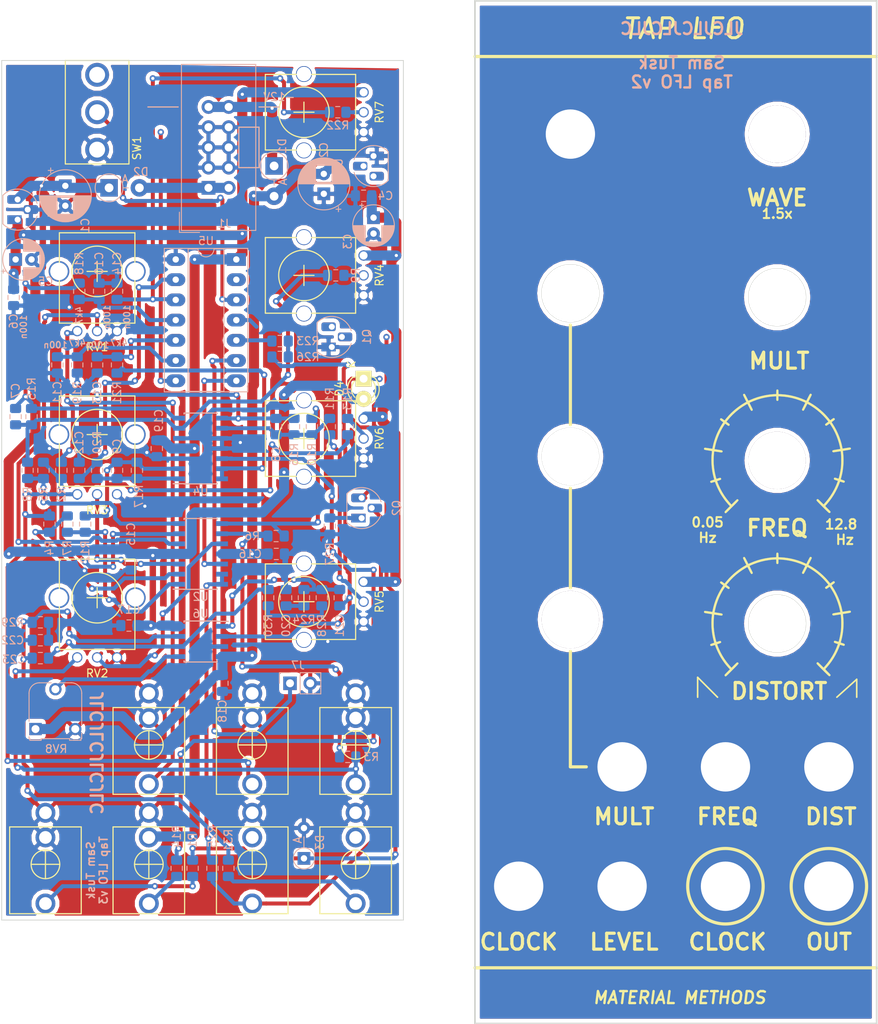
<source format=kicad_pcb>
(kicad_pcb (version 20171130) (host pcbnew "(5.0.1)-3")
  (layers (0 F.Cu signal hide) (31 B.Cu signal) (34 B.Paste user) (35 F.Paste user) (36 B.SilkS user) (37 F.SilkS user) (38 B.Mask user hide) (39 F.Mask user hide) (44 Edge.Cuts user))
  (net 0 "")
  (net 1 +12V)
  (net 2 GND)
  (net 3 -12V)
  (net 4 -5V)
  (net 5 +5V)
  (net 6 "Net-(C7-Pad1)")
  (net 7 "Net-(C7-Pad2)")
  (net 8 "Net-(C8-Pad1)")
  (net 9 "Net-(C8-Pad2)")
  (net 10 "Net-(C9-Pad1)")
  (net 11 "Net-(C9-Pad2)")
  (net 12 /MultPin)
  (net 13 /DistPin)
  (net 14 /TimePin)
  (net 15 /LevelPin)
  (net 16 /WavePin)
  (net 17 "Net-(C20-Pad1)")
  (net 18 "Net-(C21-Pad2)")
  (net 19 "Net-(C21-Pad1)")
  (net 20 "Net-(C22-Pad1)")
  (net 21 "Net-(C23-Pad1)")
  (net 22 "Net-(C23-Pad2)")
  (net 23 /-12V_in)
  (net 24 /+12V_in)
  (net 25 "Net-(D3-Pad1)")
  (net 26 "Net-(D4-Pad1)")
  (net 27 /TapInJack)
  (net 28 /MultInJack)
  (net 29 /DistInJack)
  (net 30 /TempoInJack)
  (net 31 /Level_inJack)
  (net 32 /SmoothPin)
  (net 33 /ClockOutJack)
  (net 34 "Net-(J8-Pad2)")
  (net 35 "Net-(J9-Pad2)")
  (net 36 /LFOoutJack)
  (net 37 /tapPin)
  (net 38 "Net-(Q2-Pad1)")
  (net 39 "Net-(R2-Pad1)")
  (net 40 "Net-(R3-Pad1)")
  (net 41 "Net-(R4-Pad1)")
  (net 42 "Net-(R5-Pad1)")
  (net 43 "Net-(R10-Pad2)")
  (net 44 "Net-(R12-Pad2)")
  (net 45 /MultKnob)
  (net 46 /DistKnob)
  (net 47 /TempoKnob)
  (net 48 "Net-(R14-Pad1)")
  (net 49 "Net-(R21-Pad2)")
  (net 50 /WaveKnob)
  (net 51 /OutPin)
  (net 52 "Net-(R25-Pad2)")
  (net 53 /MultiAttn)
  (net 54 /DistAttn)
  (net 55 /TempoAttn)
  (net 56 "Net-(RV8-Pad2)")
  (net 57 /WavesetPin)
  (net 58 "Net-(SW1-Pad3)")
  (net 59 /BipolPin)
  (net 60 /ClockOutPin)
  (net 61 "Net-(U5-Pad2)")
  (module Eurocad:LFOticks (layer F.Cu) (at 117.5 70.25)
    (fp_text reference G*** hide)
    (fp_text value LOGO hide)
  )
  (module Eurocad:LFOticks (layer F.Cu) (at 117.5 90.75)
    (fp_text reference G*** hide)
    (fp_text value LOGO hide)
  )
  (module Resistor_SMD:R_0805_2012Metric_Pad1.15x1.40mm_HandSolder (layer B.Cu) (at 54.5 79.75 180)
    (fp_text reference R6 (at 3 0 180) (layer B.SilkS) (effects (justify mirror)))
    (fp_text value 200k)
    (pad 2 smd roundrect (at 1.025 0 180) (size 1.15 1.4) (layers B.Cu B.Paste B.Mask) (roundrect_rratio 0.217391) (net 40 "Net-(R3-Pad1)"))
    (pad 1 smd roundrect (at -1.025 0 180) (size 1.15 1.4) (layers B.Cu B.Paste B.Mask) (roundrect_rratio 0.217391) (net 43 "Net-(R10-Pad2)"))
  )
  (module Eurocad:Alpha9mmPot (layer F.Cu) (at 58 47 90)
    (fp_text reference RV4 (at 0 9.5 90) (layer F.SilkS))
    (fp_text value "100k lin")
    (pad "" thru_hole circle (at 4.8 0 90) (size 2 2) (drill 1.8) (layers *.Cu *.Mask))
    (pad "" thru_hole circle (at -4.8 0 90) (size 2 2) (drill 1.8) (layers *.Cu *.Mask))
    (pad 3 thru_hole circle (at 2.5 7.5 90) (size 1.3 1.3) (drill 1) (layers *.Cu *.Mask) (net 4 -5V))
    (pad 2 thru_hole circle (at 0 7.5 90) (size 1.3 1.3) (drill 1) (layers *.Cu *.Mask) (net 45 /MultKnob))
    (pad 1 thru_hole circle (at -2.5 7.5 90) (size 1.3 1.3) (drill 1) (layers *.Cu *.Mask) (net 2 GND))
  )
  (module Resistor_SMD:R_0805_2012Metric_Pad1.15x1.40mm_HandSolder (layer B.Cu) (at 37 71.5 270)
    (fp_text reference R17 (at 3.25 -0.25 90) (layer B.SilkS) (effects (justify mirror)))
    (fp_text value 100k)
    (pad 2 smd roundrect (at 1.025 0 270) (size 1.15 1.4) (layers B.Cu B.Paste B.Mask) (roundrect_rratio 0.217391) (net 10 "Net-(C9-Pad1)"))
    (pad 1 smd roundrect (at -1.025 0 270) (size 1.15 1.4) (layers B.Cu B.Paste B.Mask) (roundrect_rratio 0.217391) (net 11 "Net-(C9-Pad2)"))
  )
  (module Resistor_SMD:R_0805_2012Metric_Pad1.15x1.40mm_HandSolder (layer B.Cu) (at 46.5 121.5 90)
    (fp_text reference R25 (at 4 0 90) (layer B.SilkS) (effects (justify mirror)))
    (fp_text value 1k)
    (pad 2 smd roundrect (at 1.025 0 90) (size 1.15 1.4) (layers B.Cu B.Paste B.Mask) (roundrect_rratio 0.217391) (net 52 "Net-(R25-Pad2)"))
    (pad 1 smd roundrect (at -1.025 0 90) (size 1.15 1.4) (layers B.Cu B.Paste B.Mask) (roundrect_rratio 0.217391) (net 33 /ClockOutJack))
  )
  (module Eurocad:Alpha9mmPot (layer F.Cu) (at 58 88 90)
    (fp_text reference RV5 (at 0 9.5 90) (layer F.SilkS))
    (fp_text value "100k lin")
    (pad "" thru_hole circle (at 4.8 0 90) (size 2 2) (drill 1.8) (layers *.Cu *.Mask))
    (pad "" thru_hole circle (at -4.8 0 90) (size 2 2) (drill 1.8) (layers *.Cu *.Mask))
    (pad 3 thru_hole circle (at 2.5 7.5 90) (size 1.3 1.3) (drill 1) (layers *.Cu *.Mask) (net 4 -5V))
    (pad 2 thru_hole circle (at 0 7.5 90) (size 1.3 1.3) (drill 1) (layers *.Cu *.Mask) (net 46 /DistKnob))
    (pad 1 thru_hole circle (at -2.5 7.5 90) (size 1.3 1.3) (drill 1) (layers *.Cu *.Mask) (net 2 GND))
  )
  (module Potentiometer_THT:Potentiometer_Runtron_RM-065_Vertical (layer B.Cu) (at 24.25 104)
    (fp_text reference RV8 (at 2.6 2.5) (layer B.SilkS) (effects (justify mirror)))
    (fp_text value 100k)
    (pad 3 thru_hole circle (at 5 0) (size 1.55 1.55) (drill 1) (layers *.Cu *.Mask) (net 2 GND))
    (pad 1 thru_hole rect (at 0 0) (size 1.55 1.55) (drill 1) (layers *.Cu *.Mask) (net 3 -12V))
    (pad 2 thru_hole circle (at 2.5 -5) (size 1.55 1.55) (drill 1) (layers *.Cu *.Mask) (net 56 "Net-(RV8-Pad2)"))
  )
  (module Resistor_SMD:R_0805_2012Metric_Pad1.15x1.40mm_HandSolder (layer B.Cu) (at 24.864193 90.592038 180)
    (fp_text reference R29 (at 3.5 0 180) (layer B.SilkS) (effects (justify mirror)))
    (fp_text value 20k)
    (pad 2 smd roundrect (at 1.025 0 180) (size 1.15 1.4) (layers B.Cu B.Paste B.Mask) (roundrect_rratio 0.217391) (net 21 "Net-(C23-Pad1)"))
    (pad 1 smd roundrect (at -1.025 0 180) (size 1.15 1.4) (layers B.Cu B.Paste B.Mask) (roundrect_rratio 0.217391) (net 20 "Net-(C22-Pad1)"))
  )
  (module Resistor_SMD:R_0805_2012Metric_Pad1.15x1.40mm_HandSolder (layer B.Cu) (at 60.25 87.5 90)
    (fp_text reference R28 (at -3.5 0 90) (layer B.SilkS) (effects (justify mirror)))
    (fp_text value 10k)
    (pad 2 smd roundrect (at 1.025 0 90) (size 1.15 1.4) (layers B.Cu B.Paste B.Mask) (roundrect_rratio 0.217391) (net 19 "Net-(C21-Pad1)"))
    (pad 1 smd roundrect (at -1.025 0 90) (size 1.15 1.4) (layers B.Cu B.Paste B.Mask) (roundrect_rratio 0.217391) (net 20 "Net-(C22-Pad1)"))
  )
  (module Resistor_SMD:R_0805_2012Metric_Pad1.15x1.40mm_HandSolder (layer B.Cu) (at 53.5 87.5 270)
    (fp_text reference R30 (at 3.5 0 270) (layer B.SilkS) (effects (justify mirror)))
    (fp_text value 24k)
    (pad 2 smd roundrect (at 1.025 0 270) (size 1.15 1.4) (layers B.Cu B.Paste B.Mask) (roundrect_rratio 0.217391) (net 20 "Net-(C22-Pad1)"))
    (pad 1 smd roundrect (at -1.025 0 270) (size 1.15 1.4) (layers B.Cu B.Paste B.Mask) (roundrect_rratio 0.217391) (net 22 "Net-(C23-Pad2)"))
  )
  (module Resistor_SMD:R_0805_2012Metric_Pad1.15x1.40mm_HandSolder (layer B.Cu) (at 58 87.5 90)
    (fp_text reference R24 (at -2.75 0 180) (layer B.SilkS) (effects (justify mirror)))
    (fp_text value 12k)
    (pad 2 smd roundrect (at 1.025 0 90) (size 1.15 1.4) (layers B.Cu B.Paste B.Mask) (roundrect_rratio 0.217391) (net 19 "Net-(C21-Pad1)"))
    (pad 1 smd roundrect (at -1.025 0 90) (size 1.15 1.4) (layers B.Cu B.Paste B.Mask) (roundrect_rratio 0.217391) (net 17 "Net-(C20-Pad1)"))
  )
  (module Resistor_SMD:R_0805_2012Metric_Pad1.15x1.40mm_HandSolder (layer B.Cu) (at 48.5 121.5 90)
    (fp_text reference R31 (at 3.5 0 90) (layer B.SilkS) (effects (justify mirror)))
    (fp_text value 1k)
    (pad 2 smd roundrect (at 1.025 0 90) (size 1.15 1.4) (layers B.Cu B.Paste B.Mask) (roundrect_rratio 0.217391) (net 21 "Net-(C23-Pad1)"))
    (pad 1 smd roundrect (at -1.025 0 90) (size 1.15 1.4) (layers B.Cu B.Paste B.Mask) (roundrect_rratio 0.217391) (net 36 /LFOoutJack))
  )
  (module "Eurocad:SPDT toggle on-off-on" (layer F.Cu) (at 32 26.5 90)
    (fp_text reference SW1 (at -4.5 5 90) (layer F.SilkS))
    (fp_text value SW_SPDT)
    (pad 3 thru_hole circle (at 4.7 0 90) (size 3 3) (drill 2) (layers *.Cu *.Mask) (net 58 "Net-(SW1-Pad3)"))
    (pad 2 thru_hole circle (at 0 0 90) (size 3 3) (drill 2) (layers *.Cu *.Mask) (net 57 /WavesetPin))
    (pad 1 thru_hole circle (at -4.7 0 90) (size 3 3) (drill 2) (layers *.Cu *.Mask) (net 2 GND))
  )
  (module Resistor_SMD:R_0805_2012Metric_Pad1.15x1.40mm_HandSolder (layer B.Cu) (at 62 47)
    (fp_text reference R9 (at 2.5 0 90) (layer B.SilkS) (effects (justify mirror)))
    (fp_text value 100k)
    (pad 2 smd roundrect (at 1.025 0) (size 1.15 1.4) (layers B.Cu B.Paste B.Mask) (roundrect_rratio 0.217391) (net 45 /MultKnob))
    (pad 1 smd roundrect (at -1.025 0) (size 1.15 1.4) (layers B.Cu B.Paste B.Mask) (roundrect_rratio 0.217391) (net 7 "Net-(C7-Pad2)"))
  )
  (module Resistor_SMD:R_0805_2012Metric_Pad1.15x1.40mm_HandSolder (layer B.Cu) (at 55 57.25)
    (fp_text reference R26 (at 3.5 0) (layer B.SilkS) (effects (justify mirror)))
    (fp_text value 47k)
    (pad 2 smd roundrect (at 1.025 0) (size 1.15 1.4) (layers B.Cu B.Paste B.Mask) (roundrect_rratio 0.217391) (net 17 "Net-(C20-Pad1)"))
    (pad 1 smd roundrect (at -1.025 0) (size 1.15 1.4) (layers B.Cu B.Paste B.Mask) (roundrect_rratio 0.217391) (net 18 "Net-(C21-Pad2)"))
  )
  (module Resistor_SMD:R_0805_2012Metric_Pad1.15x1.40mm_HandSolder (layer B.Cu) (at 23.75 64.75 90)
    (fp_text reference R15 (at 3.5 0 90) (layer B.SilkS) (effects (justify mirror)))
    (fp_text value 70k)
    (pad 2 smd roundrect (at 1.025 0 90) (size 1.15 1.4) (layers B.Cu B.Paste B.Mask) (roundrect_rratio 0.217391) (net 6 "Net-(C7-Pad1)"))
    (pad 1 smd roundrect (at -1.025 0 90) (size 1.15 1.4) (layers B.Cu B.Paste B.Mask) (roundrect_rratio 0.217391) (net 7 "Net-(C7-Pad2)"))
  )
  (module Resistor_SMD:R_0805_2012Metric_Pad1.15x1.40mm_HandSolder (layer B.Cu) (at 26 78.25 90)
    (fp_text reference R4 (at -3 0 90) (layer B.SilkS) (effects (justify mirror)))
    (fp_text value 200k)
    (pad 2 smd roundrect (at 1.025 0 90) (size 1.15 1.4) (layers B.Cu B.Paste B.Mask) (roundrect_rratio 0.217391) (net 30 /TempoInJack))
    (pad 1 smd roundrect (at -1.025 0 90) (size 1.15 1.4) (layers B.Cu B.Paste B.Mask) (roundrect_rratio 0.217391) (net 41 "Net-(R4-Pad1)"))
  )
  (module Resistor_SMD:R_0805_2012Metric_Pad1.15x1.40mm_HandSolder (layer B.Cu) (at 59 66 90)
    (fp_text reference R10 (at -3.5 0 90) (layer B.SilkS) (effects (justify mirror)))
    (fp_text value 100k)
    (pad 2 smd roundrect (at 1.025 0 90) (size 1.15 1.4) (layers B.Cu B.Paste B.Mask) (roundrect_rratio 0.217391) (net 43 "Net-(R10-Pad2)"))
    (pad 1 smd roundrect (at -1.025 0 90) (size 1.15 1.4) (layers B.Cu B.Paste B.Mask) (roundrect_rratio 0.217391) (net 9 "Net-(C8-Pad2)"))
  )
  (module Eurocad:PJ301M-12-MoreMetal (layer F.Cu) (at 64.5 106 180)
    (fp_text reference J4 hide)
    (fp_text value PJ301M-12)
    (pad 2 thru_hole circle (at 0 3.38 180) (size 2.5 2.5) (drill 1.6) (layers *.Cu *.Mask) (net 2 GND))
    (pad 1 thru_hole circle (at 0 6.48 180) (size 2.5 2.5) (drill 1.6) (layers *.Cu *.Mask) (net 2 GND))
    (pad 3 thru_hole circle (at 0 -4.92 180) (size 2.5 2.5) (drill 1.6) (layers *.Cu *.Mask) (net 29 /DistInJack))
  )
  (module Resistor_SMD:R_0805_2012Metric_Pad1.15x1.40mm_HandSolder (layer B.Cu) (at 32 71.5 270)
    (fp_text reference R20 (at -3.5 0 270) (layer B.SilkS) (effects (justify mirror)))
    (fp_text value 4k7)
    (pad 2 smd roundrect (at 1.025 0 270) (size 1.15 1.4) (layers B.Cu B.Paste B.Mask) (roundrect_rratio 0.217391) (net 10 "Net-(C9-Pad1)"))
    (pad 1 smd roundrect (at -1.025 0 270) (size 1.15 1.4) (layers B.Cu B.Paste B.Mask) (roundrect_rratio 0.217391) (net 14 /TimePin))
  )
  (module Resistor_SMD:R_0805_2012Metric_Pad1.15x1.40mm_HandSolder (layer B.Cu) (at 28.25 78.25 90)
    (fp_text reference R7 (at -3 0 90) (layer B.SilkS) (effects (justify mirror)))
    (fp_text value 200k)
    (pad 2 smd roundrect (at 1.025 0 90) (size 1.15 1.4) (layers B.Cu B.Paste B.Mask) (roundrect_rratio 0.217391) (net 41 "Net-(R4-Pad1)"))
    (pad 1 smd roundrect (at -1.025 0 90) (size 1.15 1.4) (layers B.Cu B.Paste B.Mask) (roundrect_rratio 0.217391) (net 44 "Net-(R12-Pad2)"))
  )
  (module Resistor_SMD:R_0805_2012Metric_Pad1.15x1.40mm_HandSolder (layer B.Cu) (at 23.25 71.5 270)
    (fp_text reference R8 (at 3 0 270) (layer B.SilkS) (effects (justify mirror)))
    (fp_text value 100k)
    (pad 2 smd roundrect (at 1.025 0 270) (size 1.15 1.4) (layers B.Cu B.Paste B.Mask) (roundrect_rratio 0.217391) (net 42 "Net-(R5-Pad1)"))
    (pad 1 smd roundrect (at -1.025 0 270) (size 1.15 1.4) (layers B.Cu B.Paste B.Mask) (roundrect_rratio 0.217391) (net 7 "Net-(C7-Pad2)"))
  )
  (module Resistor_SMD:R_0805_2012Metric_Pad1.15x1.40mm_HandSolder (layer B.Cu) (at 29.75 49 90)
    (fp_text reference R18 (at 3.5 0 90) (layer B.SilkS) (effects (justify mirror)))
    (fp_text value 4k7)
    (pad 2 smd roundrect (at 1.025 0 90) (size 1.15 1.4) (layers B.Cu B.Paste B.Mask) (roundrect_rratio 0.217391) (net 6 "Net-(C7-Pad1)"))
    (pad 1 smd roundrect (at -1.025 0 90) (size 1.15 1.4) (layers B.Cu B.Paste B.Mask) (roundrect_rratio 0.217391) (net 12 /MultPin))
  )
  (module Resistor_SMD:R_0805_2012Metric_Pad1.15x1.40mm_HandSolder (layer B.Cu) (at 56.75 66 90)
    (fp_text reference R16 (at -3.5 0 90) (layer B.SilkS) (effects (justify mirror)))
    (fp_text value 100k)
    (pad 2 smd roundrect (at 1.025 0 90) (size 1.15 1.4) (layers B.Cu B.Paste B.Mask) (roundrect_rratio 0.217391) (net 8 "Net-(C8-Pad1)"))
    (pad 1 smd roundrect (at -1.025 0 90) (size 1.15 1.4) (layers B.Cu B.Paste B.Mask) (roundrect_rratio 0.217391) (net 9 "Net-(C8-Pad2)"))
  )
  (module Eurocad:LED3mm (layer F.Cu) (at 65.5 61.25 270)
    (fp_text reference D4 (at 0 3.048 270) (layer F.SilkS))
    (fp_text value LED)
    (fp_text user K (at -3.048 1.524 270) (layer F.SilkS))
    (pad 2 thru_hole circle (at 1.27 0 270) (size 2 2) (drill 1.00076) (layers *.Cu *.Mask F.SilkS) (net 1 +12V))
    (pad 1 thru_hole rect (at -1.27 0) (size 2 2) (drill 1.00076) (layers *.Cu *.Mask F.SilkS) (net 26 "Net-(D4-Pad1)"))
  )
  (module Eurocad:PJ301M-12-MoreMetal (layer F.Cu) (at 38.5 121 180)
    (fp_text reference J6 hide)
    (fp_text value PJ301M-12)
    (pad 2 thru_hole circle (at 0 3.38 180) (size 2.5 2.5) (drill 1.6) (layers *.Cu *.Mask) (net 5 +5V))
    (pad 1 thru_hole circle (at 0 6.48 180) (size 2.5 2.5) (drill 1.6) (layers *.Cu *.Mask) (net 2 GND))
    (pad 3 thru_hole circle (at 0 -4.92 180) (size 2.5 2.5) (drill 1.6) (layers *.Cu *.Mask) (net 31 /Level_inJack))
  )
  (module Resistor_SMD:R_0805_2012Metric_Pad1.15x1.40mm_HandSolder (layer B.Cu) (at 29.5 58.25 270)
    (fp_text reference R19 (at 3.5 0 270) (layer B.SilkS) (effects (justify mirror)))
    (fp_text value 4k7)
    (pad 2 smd roundrect (at 1.025 0 270) (size 1.15 1.4) (layers B.Cu B.Paste B.Mask) (roundrect_rratio 0.217391) (net 8 "Net-(C8-Pad1)"))
    (pad 1 smd roundrect (at -1.025 0 270) (size 1.15 1.4) (layers B.Cu B.Paste B.Mask) (roundrect_rratio 0.217391) (net 13 /DistPin))
  )
  (module Resistor_SMD:R_0805_2012Metric_Pad1.15x1.40mm_HandSolder (layer B.Cu) (at 61.25 66 270)
    (fp_text reference R11 (at -3.5 0 270) (layer B.SilkS) (effects (justify mirror)))
    (fp_text value 100k)
    (pad 2 smd roundrect (at 1.025 0 270) (size 1.15 1.4) (layers B.Cu B.Paste B.Mask) (roundrect_rratio 0.217391) (net 46 /DistKnob))
    (pad 1 smd roundrect (at -1.025 0 270) (size 1.15 1.4) (layers B.Cu B.Paste B.Mask) (roundrect_rratio 0.217391) (net 9 "Net-(C8-Pad2)"))
  )
  (module Resistor_SMD:R_0805_2012Metric_Pad1.15x1.40mm_HandSolder (layer B.Cu) (at 62.25 26.5)
    (fp_text reference R22 (at 0 1.65) (layer B.SilkS) (effects (justify mirror)))
    (fp_text value 1k)
    (pad 2 smd roundrect (at 1.025 0) (size 1.15 1.4) (layers B.Cu B.Paste B.Mask) (roundrect_rratio 0.217391) (net 50 /WaveKnob))
    (pad 1 smd roundrect (at -1.025 0) (size 1.15 1.4) (layers B.Cu B.Paste B.Mask) (roundrect_rratio 0.217391) (net 16 /WavePin))
  )
  (module Resistor_SMD:R_0805_2012Metric_Pad1.15x1.40mm_HandSolder (layer B.Cu) (at 55 55.25 180)
    (fp_text reference R23 (at -3.5 0 180) (layer B.SilkS) (effects (justify mirror)))
    (fp_text value 12k)
    (pad 2 smd roundrect (at 1.025 0 180) (size 1.15 1.4) (layers B.Cu B.Paste B.Mask) (roundrect_rratio 0.217391) (net 51 /OutPin))
    (pad 1 smd roundrect (at -1.025 0 180) (size 1.15 1.4) (layers B.Cu B.Paste B.Mask) (roundrect_rratio 0.217391) (net 17 "Net-(C20-Pad1)"))
  )
  (module Resistor_SMD:R_0805_2012Metric_Pad1.15x1.40mm_HandSolder (layer B.Cu) (at 42 121.5 270)
    (fp_text reference R14 (at -4 0 270) (layer B.SilkS) (effects (justify mirror)))
    (fp_text value 200k)
    (pad 2 smd roundrect (at 1.025 0 270) (size 1.15 1.4) (layers B.Cu B.Paste B.Mask) (roundrect_rratio 0.217391) (net 31 /Level_inJack))
    (pad 1 smd roundrect (at -1.025 0 270) (size 1.15 1.4) (layers B.Cu B.Paste B.Mask) (roundrect_rratio 0.217391) (net 48 "Net-(R14-Pad1)"))
  )
  (module Resistor_SMD:R_0805_2012Metric_Pad1.15x1.40mm_HandSolder (layer B.Cu) (at 34.5 58.25 270)
    (fp_text reference R21 (at 3.5 0 270) (layer B.SilkS) (effects (justify mirror)))
    (fp_text value 4k7)
    (pad 2 smd roundrect (at 1.025 0 270) (size 1.15 1.4) (layers B.Cu B.Paste B.Mask) (roundrect_rratio 0.217391) (net 49 "Net-(R21-Pad2)"))
    (pad 1 smd roundrect (at -1.025 0 270) (size 1.15 1.4) (layers B.Cu B.Paste B.Mask) (roundrect_rratio 0.217391) (net 15 /LevelPin))
  )
  (module Resistor_SMD:R_0805_2012Metric_Pad1.15x1.40mm_HandSolder (layer B.Cu) (at 63.5 66 90)
    (fp_text reference R13 (at 3.5 0 90) (layer B.SilkS) (effects (justify mirror)))
    (fp_text value 100k)
    (pad 2 smd roundrect (at 1.025 0 90) (size 1.15 1.4) (layers B.Cu B.Paste B.Mask) (roundrect_rratio 0.217391) (net 47 /TempoKnob))
    (pad 1 smd roundrect (at -1.025 0 90) (size 1.15 1.4) (layers B.Cu B.Paste B.Mask) (roundrect_rratio 0.217391) (net 11 "Net-(C9-Pad2)"))
  )
  (module Package_DIP:DIP-14_W7.62mm_Socket_LongPads (layer B.Cu) (at 49.5 45 180)
    (fp_text reference U5 (at 3.81 2.33 180) (layer B.SilkS) (effects (justify mirror)))
    (fp_text value TAPLFO3)
    (pad 14 thru_hole oval (at 7.62 0 180) (size 2.4 1.6) (drill 0.8) (layers *.Cu *.Mask) (net 2 GND))
    (pad 7 thru_hole oval (at 0 -15.24 180) (size 2.4 1.6) (drill 0.8) (layers *.Cu *.Mask) (net 60 /ClockOutPin))
    (pad 13 thru_hole oval (at 7.62 -2.54 180) (size 2.4 1.6) (drill 0.8) (layers *.Cu *.Mask) (net 14 /TimePin))
    (pad 6 thru_hole oval (at 0 -12.7 180) (size 2.4 1.6) (drill 0.8) (layers *.Cu *.Mask) (net 32 /SmoothPin))
    (pad 12 thru_hole oval (at 7.62 -5.08 180) (size 2.4 1.6) (drill 0.8) (layers *.Cu *.Mask) (net 16 /WavePin))
    (pad 5 thru_hole oval (at 0 -10.16 180) (size 2.4 1.6) (drill 0.8) (layers *.Cu *.Mask) (net 51 /OutPin))
    (pad 11 thru_hole oval (at 7.62 -7.62 180) (size 2.4 1.6) (drill 0.8) (layers *.Cu *.Mask) (net 12 /MultPin))
    (pad 4 thru_hole oval (at 0 -7.62 180) (size 2.4 1.6) (drill 0.8) (layers *.Cu *.Mask) (net 37 /tapPin))
    (pad 10 thru_hole oval (at 7.62 -10.16 180) (size 2.4 1.6) (drill 0.8) (layers *.Cu *.Mask) (net 15 /LevelPin))
    (pad 3 thru_hole oval (at 0 -5.08 180) (size 2.4 1.6) (drill 0.8) (layers *.Cu *.Mask) (net 57 /WavesetPin))
    (pad 9 thru_hole oval (at 7.62 -12.7 180) (size 2.4 1.6) (drill 0.8) (layers *.Cu *.Mask) (net 13 /DistPin))
    (pad 2 thru_hole oval (at 0 -2.54 180) (size 2.4 1.6) (drill 0.8) (layers *.Cu *.Mask) (net 61 "Net-(U5-Pad2)"))
    (pad 8 thru_hole oval (at 7.62 -15.24 180) (size 2.4 1.6) (drill 0.8) (layers *.Cu *.Mask) (net 59 /BipolPin))
    (pad 1 thru_hole rect (at 0 0 180) (size 2.4 1.6) (drill 0.8) (layers *.Cu *.Mask) (net 5 +5V))
  )
  (module Capacitor_SMD:C_0805_2012Metric_Pad1.15x1.40mm_HandSolder (layer B.Cu) (at 65.5 37 180)
    (fp_text reference C4 (at -2.75 0) (layer B.SilkS) (effects (justify mirror)))
    (fp_text value 100nF)
    (pad 2 smd roundrect (at 1.025 0 180) (size 1.15 1.4) (layers B.Cu B.Paste B.Mask) (roundrect_rratio 0.217391) (net 2 GND))
    (pad 1 smd roundrect (at -1.025 0 180) (size 1.15 1.4) (layers B.Cu B.Paste B.Mask) (roundrect_rratio 0.217391) (net 4 -5V))
  )
  (module Eurocad:Alpha9mmPot (layer F.Cu) (at 58 26.5 90)
    (fp_text reference RV7 (at 0 9.5 90) (layer F.SilkS))
    (fp_text value "10k lin")
    (pad "" thru_hole circle (at 4.8 0 90) (size 2 2) (drill 1.8) (layers *.Cu *.Mask))
    (pad "" thru_hole circle (at -4.8 0 90) (size 2 2) (drill 1.8) (layers *.Cu *.Mask))
    (pad 3 thru_hole circle (at 2.5 7.5 90) (size 1.3 1.3) (drill 1) (layers *.Cu *.Mask) (net 5 +5V))
    (pad 2 thru_hole circle (at 0 7.5 90) (size 1.3 1.3) (drill 1) (layers *.Cu *.Mask) (net 50 /WaveKnob))
    (pad 1 thru_hole circle (at -2.5 7.5 90) (size 1.3 1.3) (drill 1) (layers *.Cu *.Mask) (net 2 GND))
  )
  (module Capacitor_SMD:C_0805_2012Metric_Pad1.15x1.40mm_HandSolder (layer B.Cu) (at 21.75 64.75 270)
    (fp_text reference C7 (at -3.25 0 270) (layer B.SilkS) (effects (justify mirror)))
    (fp_text value 1nF)
    (pad 2 smd roundrect (at 1.025 0 270) (size 1.15 1.4) (layers B.Cu B.Paste B.Mask) (roundrect_rratio 0.217391) (net 7 "Net-(C7-Pad2)"))
    (pad 1 smd roundrect (at -1.025 0 270) (size 1.15 1.4) (layers B.Cu B.Paste B.Mask) (roundrect_rratio 0.217391) (net 6 "Net-(C7-Pad1)"))
  )
  (module Capacitor_THT:CP_Radial_D5.0mm_P2.00mm (layer B.Cu) (at 66.75 39.75 270)
    (fp_text reference C3 (at 3 3.25 270) (layer B.SilkS) (effects (justify mirror)))
    (fp_text value 10uF)
    (pad 2 thru_hole circle (at 2 0 270) (size 1.6 1.6) (drill 0.8) (layers *.Cu *.Mask) (net 2 GND))
    (pad 1 thru_hole rect (at 0 0 270) (size 1.6 1.6) (drill 0.8) (layers *.Cu *.Mask) (net 4 -5V))
  )
  (module Diode_THT:D_DO-41_SOD81_P3.81mm_Vertical_AnodeUp (layer B.Cu) (at 33.5 36)
    (fp_text reference D2 (at 4 -2) (layer B.SilkS) (effects (justify mirror)))
    (fp_text value 1N4001)
    (fp_text user A (at 2.01 -1.1) (layer B.SilkS) (effects (justify mirror)))
    (pad 2 thru_hole oval (at 3.81 0) (size 2.2 2.2) (drill 1.1) (layers *.Cu *.Mask) (net 24 /+12V_in))
    (pad 1 thru_hole rect (at 0 0) (size 2.2 2.2) (drill 1.1) (layers *.Cu *.Mask) (net 1 +12V))
  )
  (module Capacitor_THT:CP_Radial_D5.0mm_P2.00mm (layer B.Cu) (at 21.75 45)
    (fp_text reference C5 (at 3.75 2.75) (layer B.SilkS) (effects (justify mirror)))
    (fp_text value 10uF)
    (pad 2 thru_hole circle (at 2 0) (size 1.6 1.6) (drill 0.8) (layers *.Cu *.Mask) (net 2 GND))
    (pad 1 thru_hole rect (at 0 0) (size 1.6 1.6) (drill 0.8) (layers *.Cu *.Mask) (net 5 +5V))
  )
  (module Package_SO:SOIC-14_3.9x8.7mm_P1.27mm (layer B.Cu) (at 45 68.75)
    (fp_text reference U4 (at 0 5.375) (layer B.SilkS) (effects (justify mirror)))
    (fp_text value MCP6004)
    (pad 14 smd rect (at 2.7 3.81) (size 1.5 0.6) (layers B.Cu B.Paste B.Mask) (net 49 "Net-(R21-Pad2)"))
    (pad 13 smd rect (at 2.7 2.54) (size 1.5 0.6) (layers B.Cu B.Paste B.Mask) (net 49 "Net-(R21-Pad2)"))
    (pad 12 smd rect (at 2.7 1.27) (size 1.5 0.6) (layers B.Cu B.Paste B.Mask) (net 48 "Net-(R14-Pad1)"))
    (pad 11 smd rect (at 2.7 0) (size 1.5 0.6) (layers B.Cu B.Paste B.Mask) (net 2 GND))
    (pad 10 smd rect (at 2.7 -1.27) (size 1.5 0.6) (layers B.Cu B.Paste B.Mask) (net 2 GND))
    (pad 9 smd rect (at 2.7 -2.54) (size 1.5 0.6) (layers B.Cu B.Paste B.Mask) (net 9 "Net-(C8-Pad2)"))
    (pad 8 smd rect (at 2.7 -3.81) (size 1.5 0.6) (layers B.Cu B.Paste B.Mask) (net 8 "Net-(C8-Pad1)"))
    (pad 7 smd rect (at -2.7 -3.81) (size 1.5 0.6) (layers B.Cu B.Paste B.Mask) (net 6 "Net-(C7-Pad1)"))
    (pad 6 smd rect (at -2.7 -2.54) (size 1.5 0.6) (layers B.Cu B.Paste B.Mask) (net 7 "Net-(C7-Pad2)"))
    (pad 5 smd rect (at -2.7 -1.27) (size 1.5 0.6) (layers B.Cu B.Paste B.Mask) (net 2 GND))
    (pad 4 smd rect (at -2.7 0) (size 1.5 0.6) (layers B.Cu B.Paste B.Mask) (net 5 +5V))
    (pad 3 smd rect (at -2.7 1.27) (size 1.5 0.6) (layers B.Cu B.Paste B.Mask) (net 2 GND))
    (pad 2 smd rect (at -2.7 2.54) (size 1.5 0.6) (layers B.Cu B.Paste B.Mask) (net 11 "Net-(C9-Pad2)"))
    (pad 1 smd rect (at -2.7 3.81) (size 1.5 0.6) (layers B.Cu B.Paste B.Mask) (net 10 "Net-(C9-Pad1)"))
  )
  (module Capacitor_SMD:C_0805_2012Metric_Pad1.15x1.40mm_HandSolder (layer B.Cu) (at 21.5 49.775 270)
    (fp_text reference C6 (at 3 0 270) (layer B.SilkS) (effects (justify mirror)))
    (fp_text value 100nF)
    (pad 2 smd roundrect (at 1.025 0 270) (size 1.15 1.4) (layers B.Cu B.Paste B.Mask) (roundrect_rratio 0.217391) (net 2 GND))
    (pad 1 smd roundrect (at -1.025 0 270) (size 1.15 1.4) (layers B.Cu B.Paste B.Mask) (roundrect_rratio 0.217391) (net 5 +5V))
  )
  (module Package_SO:SOIC-8_3.9x4.9mm_P1.27mm (layer B.Cu) (at 45 93 180)
    (fp_text reference U6 (at 0 3.5 180) (layer B.SilkS) (effects (justify mirror)))
    (fp_text value TL072)
    (pad 8 smd rect (at 2.7 1.905 180) (size 1.55 0.6) (layers B.Cu B.Paste B.Mask) (net 1 +12V))
    (pad 7 smd rect (at 2.7 0.635 180) (size 1.55 0.6) (layers B.Cu B.Paste B.Mask) (net 21 "Net-(C23-Pad1)"))
    (pad 6 smd rect (at 2.7 -0.635 180) (size 1.55 0.6) (layers B.Cu B.Paste B.Mask) (net 22 "Net-(C23-Pad2)"))
    (pad 5 smd rect (at 2.7 -1.905 180) (size 1.55 0.6) (layers B.Cu B.Paste B.Mask) (net 56 "Net-(RV8-Pad2)"))
    (pad 4 smd rect (at -2.7 -1.905 180) (size 1.55 0.6) (layers B.Cu B.Paste B.Mask) (net 3 -12V))
    (pad 3 smd rect (at -2.7 -0.635 180) (size 1.55 0.6) (layers B.Cu B.Paste B.Mask) (net 2 GND))
    (pad 2 smd rect (at -2.7 0.635 180) (size 1.55 0.6) (layers B.Cu B.Paste B.Mask) (net 18 "Net-(C21-Pad2)"))
    (pad 1 smd rect (at -2.7 1.905 180) (size 1.55 0.6) (layers B.Cu B.Paste B.Mask) (net 19 "Net-(C21-Pad1)"))
  )
  (module Resistor_SMD:R_0805_2012Metric_Pad1.15x1.40mm_HandSolder (layer B.Cu) (at 61.25 78.5 90)
    (fp_text reference R27 (at -3.5 0 90) (layer B.SilkS) (effects (justify mirror)))
    (fp_text value 10k)
    (pad 2 smd roundrect (at 1.025 0 90) (size 1.15 1.4) (layers B.Cu B.Paste B.Mask) (roundrect_rratio 0.217391) (net 38 "Net-(Q2-Pad1)"))
    (pad 1 smd roundrect (at -1.025 0 90) (size 1.15 1.4) (layers B.Cu B.Paste B.Mask) (roundrect_rratio 0.217391) (net 2 GND))
  )
  (module Capacitor_SMD:C_0805_2012Metric_Pad1.15x1.40mm_HandSolder (layer B.Cu) (at 36 91 180)
    (fp_text reference C17 (at 0 2 180) (layer B.SilkS) (effects (justify mirror)))
    (fp_text value 100nF)
    (pad 2 smd roundrect (at 1.025 0 180) (size 1.15 1.4) (layers B.Cu B.Paste B.Mask) (roundrect_rratio 0.217391) (net 2 GND))
    (pad 1 smd roundrect (at -1.025 0 180) (size 1.15 1.4) (layers B.Cu B.Paste B.Mask) (roundrect_rratio 0.217391) (net 1 +12V))
  )
  (module Diode_THT:D_DO-35_SOD27_P3.81mm_Vertical_AnodeUp (layer B.Cu) (at 58 120.25 90)
    (fp_text reference D3 (at 2 2 90) (layer B.SilkS) (effects (justify mirror)))
    (fp_text value 1N4148)
    (fp_text user A (at 2.31 -0.8 90) (layer B.SilkS) (effects (justify mirror)))
    (pad 2 thru_hole oval (at 3.81 0 90) (size 1.6 1.6) (drill 0.8) (layers *.Cu *.Mask) (net 2 GND))
    (pad 1 thru_hole rect (at 0 0 90) (size 1.6 1.6) (drill 0.8) (layers *.Cu *.Mask) (net 25 "Net-(D3-Pad1)"))
  )
  (module Diode_THT:D_DO-41_SOD81_P3.81mm_Vertical_AnodeUp (layer B.Cu) (at 54.25 33.25 270)
    (fp_text reference D1 (at -2.5 -1 270) (layer B.SilkS) (effects (justify mirror)))
    (fp_text value 1N4001)
    (fp_text user A (at 2.01 -1.1 270) (layer B.SilkS) (effects (justify mirror)))
    (pad 2 thru_hole oval (at 3.81 0 270) (size 2.2 2.2) (drill 1.1) (layers *.Cu *.Mask) (net 3 -12V))
    (pad 1 thru_hole rect (at 0 0 270) (size 2.2 2.2) (drill 1.1) (layers *.Cu *.Mask) (net 23 /-12V_in))
  )
  (module Eurocad:Alpha9mmPot (layer F.Cu) (at 58 67.5 90)
    (fp_text reference RV6 (at 0 9.5 90) (layer F.SilkS))
    (fp_text value "100k lin")
    (pad "" thru_hole circle (at 4.8 0 90) (size 2 2) (drill 1.8) (layers *.Cu *.Mask))
    (pad "" thru_hole circle (at -4.8 0 90) (size 2 2) (drill 1.8) (layers *.Cu *.Mask))
    (pad 3 thru_hole circle (at 2.5 7.5 90) (size 1.3 1.3) (drill 1) (layers *.Cu *.Mask) (net 4 -5V))
    (pad 2 thru_hole circle (at 0 7.5 90) (size 1.3 1.3) (drill 1) (layers *.Cu *.Mask) (net 47 /TempoKnob))
    (pad 1 thru_hole circle (at -2.5 7.5 90) (size 1.3 1.3) (drill 1) (layers *.Cu *.Mask) (net 2 GND))
  )
  (module Capacitor_SMD:C_0805_2012Metric_Pad1.15x1.40mm_HandSolder (layer B.Cu) (at 55.75 87.5 90)
    (fp_text reference C20 (at -3.5 0 90) (layer B.SilkS) (effects (justify mirror)))
    (fp_text value 10nF)
    (pad 2 smd roundrect (at 1.025 0 90) (size 1.15 1.4) (layers B.Cu B.Paste B.Mask) (roundrect_rratio 0.217391) (net 2 GND))
    (pad 1 smd roundrect (at -1.025 0 90) (size 1.15 1.4) (layers B.Cu B.Paste B.Mask) (roundrect_rratio 0.217391) (net 17 "Net-(C20-Pad1)"))
  )
  (module Capacitor_SMD:C_0805_2012Metric_Pad1.15x1.40mm_HandSolder (layer B.Cu) (at 32.25 49 90)
    (fp_text reference C10 (at 3.5 0 270) (layer B.SilkS) (effects (justify mirror)))
    (fp_text value 100nF)
    (pad 2 smd roundrect (at 1.025 0 90) (size 1.15 1.4) (layers B.Cu B.Paste B.Mask) (roundrect_rratio 0.217391) (net 2 GND))
    (pad 1 smd roundrect (at -1.025 0 90) (size 1.15 1.4) (layers B.Cu B.Paste B.Mask) (roundrect_rratio 0.217391) (net 12 /MultPin))
  )
  (module Capacitor_SMD:C_0805_2012Metric_Pad1.15x1.40mm_HandSolder (layer B.Cu) (at 36.25 83 270)
    (fp_text reference C15 (at -3.5 0 270) (layer B.SilkS) (effects (justify mirror)))
    (fp_text value 100nF)
    (pad 2 smd roundrect (at 1.025 0 270) (size 1.15 1.4) (layers B.Cu B.Paste B.Mask) (roundrect_rratio 0.217391) (net 2 GND))
    (pad 1 smd roundrect (at -1.025 0 270) (size 1.15 1.4) (layers B.Cu B.Paste B.Mask) (roundrect_rratio 0.217391) (net 1 +12V))
  )
  (module Capacitor_SMD:C_0805_2012Metric_Pad1.15x1.40mm_HandSolder (layer B.Cu) (at 47.75 98.25 90)
    (fp_text reference C18 (at -3.5 0 90) (layer B.SilkS) (effects (justify mirror)))
    (fp_text value 100nF)
    (pad 2 smd roundrect (at 1.025 0 90) (size 1.15 1.4) (layers B.Cu B.Paste B.Mask) (roundrect_rratio 0.217391) (net 3 -12V))
    (pad 1 smd roundrect (at -1.025 0 90) (size 1.15 1.4) (layers B.Cu B.Paste B.Mask) (roundrect_rratio 0.217391) (net 2 GND))
  )
  (module Capacitor_SMD:C_0805_2012Metric_Pad1.15x1.40mm_HandSolder (layer B.Cu) (at 27 58.25 270)
    (fp_text reference C11 (at 3.5 0 270) (layer B.SilkS) (effects (justify mirror)))
    (fp_text value 100nF)
    (pad 2 smd roundrect (at 1.025 0 270) (size 1.15 1.4) (layers B.Cu B.Paste B.Mask) (roundrect_rratio 0.217391) (net 2 GND))
    (pad 1 smd roundrect (at -1.025 0 270) (size 1.15 1.4) (layers B.Cu B.Paste B.Mask) (roundrect_rratio 0.217391) (net 13 /DistPin))
  )
  (module Capacitor_SMD:C_0805_2012Metric_Pad1.15x1.40mm_HandSolder (layer B.Cu) (at 32 58.25 270)
    (fp_text reference C13 (at 3.5 0 270) (layer B.SilkS) (effects (justify mirror)))
    (fp_text value 100nF)
    (pad 2 smd roundrect (at 1.025 0 270) (size 1.15 1.4) (layers B.Cu B.Paste B.Mask) (roundrect_rratio 0.217391) (net 2 GND))
    (pad 1 smd roundrect (at -1.025 0 270) (size 1.15 1.4) (layers B.Cu B.Paste B.Mask) (roundrect_rratio 0.217391) (net 15 /LevelPin))
  )
  (module Capacitor_THT:CP_Radial_D6.3mm_P2.50mm (layer B.Cu) (at 60.5 36.75 90)
    (fp_text reference C2 (at 5.5 0 90) (layer B.SilkS) (effects (justify mirror)))
    (fp_text value 100uF)
    (pad 2 thru_hole circle (at 2.5 0 90) (size 1.6 1.6) (drill 0.8) (layers *.Cu *.Mask) (net 3 -12V))
    (pad 1 thru_hole rect (at 0 0 90) (size 1.6 1.6) (drill 0.8) (layers *.Cu *.Mask) (net 2 GND))
  )
  (module Capacitor_SMD:C_0805_2012Metric_Pad1.15x1.40mm_HandSolder (layer B.Cu) (at 29.75 71.5 90)
    (fp_text reference C12 (at 3.5 0 90) (layer B.SilkS) (effects (justify mirror)))
    (fp_text value 100nF)
    (pad 2 smd roundrect (at 1.025 0 90) (size 1.15 1.4) (layers B.Cu B.Paste B.Mask) (roundrect_rratio 0.217391) (net 2 GND))
    (pad 1 smd roundrect (at -1.025 0 90) (size 1.15 1.4) (layers B.Cu B.Paste B.Mask) (roundrect_rratio 0.217391) (net 14 /TimePin))
  )
  (module Capacitor_SMD:C_0805_2012Metric_Pad1.15x1.40mm_HandSolder (layer B.Cu) (at 24.864193 92.842038 180)
    (fp_text reference C22 (at 3.5 0 180) (layer B.SilkS) (effects (justify mirror)))
    (fp_text value 10nF)
    (pad 2 smd roundrect (at 1.025 0 180) (size 1.15 1.4) (layers B.Cu B.Paste B.Mask) (roundrect_rratio 0.217391) (net 2 GND))
    (pad 1 smd roundrect (at -1.025 0 180) (size 1.15 1.4) (layers B.Cu B.Paste B.Mask) (roundrect_rratio 0.217391) (net 20 "Net-(C22-Pad1)"))
  )
  (module Capacitor_SMD:C_0805_2012Metric_Pad1.15x1.40mm_HandSolder (layer B.Cu) (at 54.5 66 270)
    (fp_text reference C8 (at 3.5 0 270) (layer B.SilkS) (effects (justify mirror)))
    (fp_text value 1nF)
    (pad 2 smd roundrect (at 1.025 0 270) (size 1.15 1.4) (layers B.Cu B.Paste B.Mask) (roundrect_rratio 0.217391) (net 9 "Net-(C8-Pad2)"))
    (pad 1 smd roundrect (at -1.025 0 270) (size 1.15 1.4) (layers B.Cu B.Paste B.Mask) (roundrect_rratio 0.217391) (net 8 "Net-(C8-Pad1)"))
  )
  (module Capacitor_THT:CP_Radial_D6.3mm_P2.50mm (layer B.Cu) (at 28 35.75 270)
    (fp_text reference C1 (at 5 -2.5 270) (layer B.SilkS) (effects (justify mirror)))
    (fp_text value 100uF)
    (pad 2 thru_hole circle (at 2.5 0 270) (size 1.6 1.6) (drill 0.8) (layers *.Cu *.Mask) (net 2 GND))
    (pad 1 thru_hole rect (at 0 0 270) (size 1.6 1.6) (drill 0.8) (layers *.Cu *.Mask) (net 1 +12V))
  )
  (module Capacitor_SMD:C_0805_2012Metric_Pad1.15x1.40mm_HandSolder (layer B.Cu) (at 62.5 87.5 270)
    (fp_text reference C21 (at 3.5 0 270) (layer B.SilkS) (effects (justify mirror)))
    (fp_text value 2.2nF)
    (pad 2 smd roundrect (at 1.025 0 270) (size 1.15 1.4) (layers B.Cu B.Paste B.Mask) (roundrect_rratio 0.217391) (net 18 "Net-(C21-Pad2)"))
    (pad 1 smd roundrect (at -1.025 0 270) (size 1.15 1.4) (layers B.Cu B.Paste B.Mask) (roundrect_rratio 0.217391) (net 19 "Net-(C21-Pad1)"))
  )
  (module Capacitor_SMD:C_0805_2012Metric_Pad1.15x1.40mm_HandSolder (layer B.Cu) (at 24.864193 95.092038)
    (fp_text reference C23 (at -3.364193 0.157962) (layer B.SilkS) (effects (justify mirror)))
    (fp_text value 2.2nF)
    (pad 2 smd roundrect (at 1.025 0) (size 1.15 1.4) (layers B.Cu B.Paste B.Mask) (roundrect_rratio 0.217391) (net 22 "Net-(C23-Pad2)"))
    (pad 1 smd roundrect (at -1.025 0) (size 1.15 1.4) (layers B.Cu B.Paste B.Mask) (roundrect_rratio 0.217391) (net 21 "Net-(C23-Pad1)"))
  )
  (module Capacitor_SMD:C_0805_2012Metric_Pad1.15x1.40mm_HandSolder (layer B.Cu) (at 54.525 82 180)
    (fp_text reference C16 (at 3.275 0 180) (layer B.SilkS) (effects (justify mirror)))
    (fp_text value 100nF)
    (pad 2 smd roundrect (at 1.025 0 180) (size 1.15 1.4) (layers B.Cu B.Paste B.Mask) (roundrect_rratio 0.217391) (net 3 -12V))
    (pad 1 smd roundrect (at -1.025 0 180) (size 1.15 1.4) (layers B.Cu B.Paste B.Mask) (roundrect_rratio 0.217391) (net 2 GND))
  )
  (module Connector_PinHeader_2.54mm:PinHeader_1x02_P2.54mm_Vertical (layer B.Cu) (at 56.25 98.25 270)
    (fp_text reference J7 (at -2.25 -1) (layer B.SilkS) (effects (justify mirror)))
    (fp_text value Conn_01x02_Male)
    (pad 2 thru_hole oval (at 0 -2.54 270) (size 1.7 1.7) (drill 1) (layers *.Cu *.Mask) (net 2 GND))
    (pad 1 thru_hole rect (at 0 0 270) (size 1.7 1.7) (drill 1) (layers *.Cu *.Mask) (net 32 /SmoothPin))
  )
  (module Capacitor_SMD:C_0805_2012Metric_Pad1.15x1.40mm_HandSolder (layer B.Cu) (at 34.5 71.5 90)
    (fp_text reference C9 (at 3 0 90) (layer B.SilkS) (effects (justify mirror)))
    (fp_text value 1nF)
    (pad 2 smd roundrect (at 1.025 0 90) (size 1.15 1.4) (layers B.Cu B.Paste B.Mask) (roundrect_rratio 0.217391) (net 11 "Net-(C9-Pad2)"))
    (pad 1 smd roundrect (at -1.025 0 90) (size 1.15 1.4) (layers B.Cu B.Paste B.Mask) (roundrect_rratio 0.217391) (net 10 "Net-(C9-Pad1)"))
  )
  (module Capacitor_SMD:C_0805_2012Metric_Pad1.15x1.40mm_HandSolder (layer B.Cu) (at 34.5 49 90)
    (fp_text reference C14 (at 3.5 0 90) (layer B.SilkS) (effects (justify mirror)))
    (fp_text value 100nF)
    (pad 2 smd roundrect (at 1.025 0 90) (size 1.15 1.4) (layers B.Cu B.Paste B.Mask) (roundrect_rratio 0.217391) (net 2 GND))
    (pad 1 smd roundrect (at -1.025 0 90) (size 1.15 1.4) (layers B.Cu B.Paste B.Mask) (roundrect_rratio 0.217391) (net 16 /WavePin))
  )
  (module Capacitor_SMD:C_0805_2012Metric_Pad1.15x1.40mm_HandSolder (layer B.Cu) (at 39.5 68.75 270)
    (fp_text reference C19 (at -3.5 -0.25 270) (layer B.SilkS) (effects (justify mirror)))
    (fp_text value 100nF)
    (pad 2 smd roundrect (at 1.025 0 270) (size 1.15 1.4) (layers B.Cu B.Paste B.Mask) (roundrect_rratio 0.217391) (net 2 GND))
    (pad 1 smd roundrect (at -1.025 0 270) (size 1.15 1.4) (layers B.Cu B.Paste B.Mask) (roundrect_rratio 0.217391) (net 5 +5V))
  )
  (module Package_SO:SOIC-14_3.9x8.7mm_P1.27mm (layer B.Cu) (at 45 82)
    (fp_text reference U2 (at 0 5.375) (layer B.SilkS) (effects (justify mirror)))
    (fp_text value TL074)
    (pad 14 smd rect (at 2.7 3.81) (size 1.5 0.6) (layers B.Cu B.Paste B.Mask) (net 52 "Net-(R25-Pad2)"))
    (pad 13 smd rect (at 2.7 2.54) (size 1.5 0.6) (layers B.Cu B.Paste B.Mask) (net 52 "Net-(R25-Pad2)"))
    (pad 12 smd rect (at 2.7 1.27) (size 1.5 0.6) (layers B.Cu B.Paste B.Mask) (net 60 /ClockOutPin))
    (pad 11 smd rect (at 2.7 0) (size 1.5 0.6) (layers B.Cu B.Paste B.Mask) (net 3 -12V))
    (pad 10 smd rect (at 2.7 -1.27) (size 1.5 0.6) (layers B.Cu B.Paste B.Mask) (net 54 /DistAttn))
    (pad 9 smd rect (at 2.7 -2.54) (size 1.5 0.6) (layers B.Cu B.Paste B.Mask) (net 40 "Net-(R3-Pad1)"))
    (pad 8 smd rect (at 2.7 -3.81) (size 1.5 0.6) (layers B.Cu B.Paste B.Mask) (net 43 "Net-(R10-Pad2)"))
    (pad 7 smd rect (at -2.7 -3.81) (size 1.5 0.6) (layers B.Cu B.Paste B.Mask) (net 42 "Net-(R5-Pad1)"))
    (pad 6 smd rect (at -2.7 -2.54) (size 1.5 0.6) (layers B.Cu B.Paste B.Mask) (net 39 "Net-(R2-Pad1)"))
    (pad 5 smd rect (at -2.7 -1.27) (size 1.5 0.6) (layers B.Cu B.Paste B.Mask) (net 53 /MultiAttn))
    (pad 4 smd rect (at -2.7 0) (size 1.5 0.6) (layers B.Cu B.Paste B.Mask) (net 1 +12V))
    (pad 3 smd rect (at -2.7 1.27) (size 1.5 0.6) (layers B.Cu B.Paste B.Mask) (net 55 /TempoAttn))
    (pad 2 smd rect (at -2.7 2.54) (size 1.5 0.6) (layers B.Cu B.Paste B.Mask) (net 41 "Net-(R4-Pad1)"))
    (pad 1 smd rect (at -2.7 3.81) (size 1.5 0.6) (layers B.Cu B.Paste B.Mask) (net 44 "Net-(R12-Pad2)"))
  )
  (module Eurocad:PJ301M-12-MoreMetal (layer F.Cu) (at 51.5 121 180)
    (fp_text reference J8 hide)
    (fp_text value PJ301M-12)
    (pad 2 thru_hole circle (at 0 3.38 180) (size 2.5 2.5) (drill 1.6) (layers *.Cu *.Mask) (net 34 "Net-(J8-Pad2)"))
    (pad 1 thru_hole circle (at 0 6.48 180) (size 2.5 2.5) (drill 1.6) (layers *.Cu *.Mask) (net 2 GND))
    (pad 3 thru_hole circle (at 0 -4.92 180) (size 2.5 2.5) (drill 1.6) (layers *.Cu *.Mask) (net 33 /ClockOutJack))
  )
  (module Eurocad:PJ301M-12-MoreMetal (layer F.Cu) (at 38.5 106 180)
    (fp_text reference J3 hide)
    (fp_text value PJ301M-12)
    (pad 2 thru_hole circle (at 0 3.38 180) (size 2.5 2.5) (drill 1.6) (layers *.Cu *.Mask) (net 2 GND))
    (pad 1 thru_hole circle (at 0 6.48 180) (size 2.5 2.5) (drill 1.6) (layers *.Cu *.Mask) (net 2 GND))
    (pad 3 thru_hole circle (at 0 -4.92 180) (size 2.5 2.5) (drill 1.6) (layers *.Cu *.Mask) (net 28 /MultInJack))
  )
  (module Eurocad:PJ301M-12-MoreMetal (layer F.Cu) (at 51.5 106 180)
    (fp_text reference J5 hide)
    (fp_text value PJ301M-12)
    (pad 2 thru_hole circle (at 0 3.38 180) (size 2.5 2.5) (drill 1.6) (layers *.Cu *.Mask) (net 2 GND))
    (pad 1 thru_hole circle (at 0 6.48 180) (size 2.5 2.5) (drill 1.6) (layers *.Cu *.Mask) (net 2 GND))
    (pad 3 thru_hole circle (at 0 -4.92 180) (size 2.5 2.5) (drill 1.6) (layers *.Cu *.Mask) (net 30 /TempoInJack))
  )
  (module Resistor_SMD:R_0805_2012Metric_Pad1.15x1.40mm_HandSolder (layer B.Cu) (at 44 121.5 270)
    (fp_text reference R1 (at -3.5 0 270) (layer B.SilkS) (effects (justify mirror)))
    (fp_text value 10k)
    (pad 2 smd roundrect (at 1.025 0 270) (size 1.15 1.4) (layers B.Cu B.Paste B.Mask) (roundrect_rratio 0.217391) (net 27 /TapInJack))
    (pad 1 smd roundrect (at -1.025 0 270) (size 1.15 1.4) (layers B.Cu B.Paste B.Mask) (roundrect_rratio 0.217391) (net 25 "Net-(D3-Pad1)"))
  )
  (module Resistor_SMD:R_0805_2012Metric_Pad1.15x1.40mm_HandSolder (layer B.Cu) (at 63.5 107.5)
    (fp_text reference R3 (at 2.975 0) (layer B.SilkS) (effects (justify mirror)))
    (fp_text value 200k)
    (pad 2 smd roundrect (at 1.025 0) (size 1.15 1.4) (layers B.Cu B.Paste B.Mask) (roundrect_rratio 0.217391) (net 29 /DistInJack))
    (pad 1 smd roundrect (at -1.025 0) (size 1.15 1.4) (layers B.Cu B.Paste B.Mask) (roundrect_rratio 0.217391) (net 40 "Net-(R3-Pad1)"))
  )
  (module Eurocad:PJ301M-12-MoreMetal (layer F.Cu) (at 25.5 121 180)
    (fp_text reference J2 hide)
    (fp_text value PJ301M-12)
    (pad 2 thru_hole circle (at 0 3.38 180) (size 2.5 2.5) (drill 1.6) (layers *.Cu *.Mask) (net 2 GND))
    (pad 1 thru_hole circle (at 0 6.48 180) (size 2.5 2.5) (drill 1.6) (layers *.Cu *.Mask) (net 2 GND))
    (pad 3 thru_hole circle (at 0 -4.92 180) (size 2.5 2.5) (drill 1.6) (layers *.Cu *.Mask) (net 27 /TapInJack))
  )
  (module Resistor_SMD:R_0805_2012Metric_Pad1.15x1.40mm_HandSolder (layer B.Cu) (at 30.5 78.25 270)
    (fp_text reference R12 (at 3.5 0 270) (layer B.SilkS) (effects (justify mirror)))
    (fp_text value 100k)
    (pad 2 smd roundrect (at 1.025 0 270) (size 1.15 1.4) (layers B.Cu B.Paste B.Mask) (roundrect_rratio 0.217391) (net 44 "Net-(R12-Pad2)"))
    (pad 1 smd roundrect (at -1.025 0 270) (size 1.15 1.4) (layers B.Cu B.Paste B.Mask) (roundrect_rratio 0.217391) (net 11 "Net-(C9-Pad2)"))
  )
  (module Resistor_SMD:R_0805_2012Metric_Pad1.15x1.40mm_HandSolder (layer B.Cu) (at 25.25 71.5 90)
    (fp_text reference R5 (at -3 0 90) (layer B.SilkS) (effects (justify mirror)))
    (fp_text value 200k)
    (pad 2 smd roundrect (at 1.025 0 90) (size 1.15 1.4) (layers B.Cu B.Paste B.Mask) (roundrect_rratio 0.217391) (net 39 "Net-(R2-Pad1)"))
    (pad 1 smd roundrect (at -1.025 0 90) (size 1.15 1.4) (layers B.Cu B.Paste B.Mask) (roundrect_rratio 0.217391) (net 42 "Net-(R5-Pad1)"))
  )
  (module Resistor_SMD:R_0805_2012Metric_Pad1.15x1.40mm_HandSolder (layer B.Cu) (at 27.5 71.5 90)
    (fp_text reference R2 (at -3 0 90) (layer B.SilkS) (effects (justify mirror)))
    (fp_text value 200k)
    (pad 2 smd roundrect (at 1.025 0 90) (size 1.15 1.4) (layers B.Cu B.Paste B.Mask) (roundrect_rratio 0.217391) (net 28 /MultInJack))
    (pad 1 smd roundrect (at -1.025 0 90) (size 1.15 1.4) (layers B.Cu B.Paste B.Mask) (roundrect_rratio 0.217391) (net 39 "Net-(R2-Pad1)"))
  )
  (module Eurocad:PJ301M-12-MoreMetal (layer F.Cu) (at 64.5 121 180)
    (fp_text reference J9 hide)
    (fp_text value PJ301M-12)
    (pad 2 thru_hole circle (at 0 3.38 180) (size 2.5 2.5) (drill 1.6) (layers *.Cu *.Mask) (net 35 "Net-(J9-Pad2)"))
    (pad 1 thru_hole circle (at 0 6.48 180) (size 2.5 2.5) (drill 1.6) (layers *.Cu *.Mask) (net 2 GND))
    (pad 3 thru_hole circle (at 0 -4.92 180) (size 2.5 2.5) (drill 1.6) (layers *.Cu *.Mask) (net 36 /LFOoutJack))
  )
  (module Eurocad:Eurorack_power_header (layer B.Cu) (at 46 36)
    (fp_text reference J1 (at 2 4.5) (layer B.SilkS) (effects (justify mirror)))
    (fp_text value EURO_PWR_2x5)
    (fp_text user -12V (at 8.89 -11.43) (layer B.SilkS) (effects (justify mirror)))
    (pad 10 thru_hole oval (at 2.54 -10.16) (size 1.7272 1.7272) (drill 1.016) (layers *.Cu *.Mask) (net 23 /-12V_in))
    (pad 9 thru_hole oval (at 0 -10.16) (size 1.7272 1.7272) (drill 1.016) (layers *.Cu *.Mask) (net 23 /-12V_in))
    (pad 8 thru_hole oval (at 2.54 -7.62) (size 1.7272 1.7272) (drill 1.016) (layers *.Cu *.Mask) (net 2 GND))
    (pad 7 thru_hole oval (at 0 -7.62) (size 1.7272 1.7272) (drill 1.016) (layers *.Cu *.Mask) (net 2 GND))
    (pad 6 thru_hole oval (at 2.54 -5.08) (size 1.7272 1.7272) (drill 1.016) (layers *.Cu *.Mask) (net 2 GND))
    (pad 5 thru_hole oval (at 0 -5.08) (size 1.7272 1.7272) (drill 1.016) (layers *.Cu *.Mask) (net 2 GND))
    (pad 4 thru_hole oval (at 2.54 -2.54) (size 1.7272 1.7272) (drill 1.016) (layers *.Cu *.Mask) (net 2 GND))
    (pad 3 thru_hole oval (at 0 -2.54) (size 1.7272 1.7272) (drill 1.016) (layers *.Cu *.Mask) (net 2 GND))
    (pad 2 thru_hole oval (at 2.54 0) (size 1.7272 1.7272) (drill 1.016) (layers *.Cu *.Mask) (net 24 /+12V_in))
    (pad 1 thru_hole rect (at 0 0) (size 1.7272 1.7272) (drill 1.016) (layers *.Cu *.Mask) (net 24 /+12V_in))
  )
  (module Package_TO_SOT_THT:TO-92_HandSolder (layer B.Cu) (at 61.5 56 90)
    (fp_text reference Q1 (at 1.27 4.4 90) (layer B.SilkS) (effects (justify mirror)))
    (fp_text value 2N3904)
    (pad 1 thru_hole rect (at 0 0 90) (size 1.1 1.8) (drill 0.75 (offset 0 -0.4)) (layers *.Cu *.Mask) (net 2 GND))
    (pad 3 thru_hole roundrect (at 2.54 0 90) (size 1.1 1.8) (drill 0.75 (offset 0 -0.4)) (layers *.Cu *.Mask) (net 37 /tapPin))
    (pad 2 thru_hole roundrect (at 1.27 1.27 90) (size 1.1 1.8) (drill 0.75 (offset 0 0.4)) (layers *.Cu *.Mask) (net 25 "Net-(D3-Pad1)"))
  )
  (module Package_TO_SOT_THT:TO-92_HandSolder (layer B.Cu) (at 65.25 77.5 90)
    (fp_text reference Q2 (at 1.27 4.4 90) (layer B.SilkS) (effects (justify mirror)))
    (fp_text value 2N3904)
    (pad 1 thru_hole rect (at 0 0 90) (size 1.1 1.8) (drill 0.75 (offset 0 -0.4)) (layers *.Cu *.Mask) (net 38 "Net-(Q2-Pad1)"))
    (pad 3 thru_hole roundrect (at 2.54 0 90) (size 1.1 1.8) (drill 0.75 (offset 0 -0.4)) (layers *.Cu *.Mask) (net 26 "Net-(D4-Pad1)"))
    (pad 2 thru_hole roundrect (at 1.27 1.27 90) (size 1.1 1.8) (drill 0.75 (offset 0 0.4)) (layers *.Cu *.Mask) (net 33 /ClockOutJack))
  )
  (module Eurocad:SongHuei9mmPot (layer F.Cu) (at 32 46.5)
    (fp_text reference RV1 (at 0 9.5) (layer F.SilkS))
    (fp_text value "100k lin")
    (pad "" thru_hole circle (at 4.8 0) (size 2.6 2.6) (drill 2.2) (layers *.Cu *.Mask))
    (pad "" thru_hole circle (at -4.8 0) (size 2.6 2.6) (drill 2.2) (layers *.Cu *.Mask))
    (pad 3 thru_hole circle (at 2.5 7.5) (size 1.3 1.3) (drill 1) (layers *.Cu *.Mask) (net 2 GND))
    (pad 2 thru_hole circle (at 0 7.5) (size 1.3 1.3) (drill 1) (layers *.Cu *.Mask) (net 53 /MultiAttn))
    (pad 1 thru_hole circle (at -2.5 7.5) (size 1.3 1.3) (drill 1) (layers *.Cu *.Mask) (net 28 /MultInJack))
  )
  (module Eurocad:SongHuei9mmPot (layer F.Cu) (at 32 87.5)
    (fp_text reference RV2 (at 0 9.5) (layer F.SilkS))
    (fp_text value "100k lin")
    (pad "" thru_hole circle (at 4.8 0) (size 2.6 2.6) (drill 2.2) (layers *.Cu *.Mask))
    (pad "" thru_hole circle (at -4.8 0) (size 2.6 2.6) (drill 2.2) (layers *.Cu *.Mask))
    (pad 3 thru_hole circle (at 2.5 7.5) (size 1.3 1.3) (drill 1) (layers *.Cu *.Mask) (net 2 GND))
    (pad 2 thru_hole circle (at 0 7.5) (size 1.3 1.3) (drill 1) (layers *.Cu *.Mask) (net 54 /DistAttn))
    (pad 1 thru_hole circle (at -2.5 7.5) (size 1.3 1.3) (drill 1) (layers *.Cu *.Mask) (net 29 /DistInJack))
  )
  (module Eurocad:SongHuei9mmPot (layer F.Cu) (at 32 67)
    (fp_text reference RV3 (at 0 9.5) (layer F.SilkS))
    (fp_text value "100k lin")
    (pad "" thru_hole circle (at 4.8 0) (size 2.6 2.6) (drill 2.2) (layers *.Cu *.Mask))
    (pad "" thru_hole circle (at -4.8 0) (size 2.6 2.6) (drill 2.2) (layers *.Cu *.Mask))
    (pad 3 thru_hole circle (at 2.5 7.5) (size 1.3 1.3) (drill 1) (layers *.Cu *.Mask) (net 2 GND))
    (pad 2 thru_hole circle (at 0 7.5) (size 1.3 1.3) (drill 1) (layers *.Cu *.Mask) (net 55 /TempoAttn))
    (pad 1 thru_hole circle (at -2.5 7.5) (size 1.3 1.3) (drill 1) (layers *.Cu *.Mask) (net 30 /TempoInJack))
  )
  (module Package_TO_SOT_THT:TO-92_HandSolder (layer B.Cu) (at 66.75 32 270)
    (fp_text reference U1 (at 1.27 4.4 270) (layer B.SilkS) (effects (justify mirror)))
    (fp_text value L79L05_TO92)
    (pad 1 thru_hole rect (at 0 0 270) (size 1.1 1.8) (drill 0.75 (offset 0 -0.4)) (layers *.Cu *.Mask) (net 2 GND))
    (pad 3 thru_hole roundrect (at 2.54 0 270) (size 1.1 1.8) (drill 0.75 (offset 0 -0.4)) (layers *.Cu *.Mask) (net 4 -5V))
    (pad 2 thru_hole roundrect (at 1.27 1.27 270) (size 1.1 1.8) (drill 0.75 (offset 0 0.4)) (layers *.Cu *.Mask) (net 3 -12V))
  )
  (module Package_TO_SOT_THT:TO-92_HandSolder (layer B.Cu) (at 22 40 90)
    (fp_text reference U3 (at 1.27 4.4 90) (layer B.SilkS) (effects (justify mirror)))
    (fp_text value LM78L05_TO92)
    (pad 1 thru_hole rect (at 0 0 90) (size 1.1 1.8) (drill 0.75 (offset 0 -0.4)) (layers *.Cu *.Mask) (net 5 +5V))
    (pad 3 thru_hole roundrect (at 2.54 0 90) (size 1.1 1.8) (drill 0.75 (offset 0 -0.4)) (layers *.Cu *.Mask) (net 1 +12V))
    (pad 2 thru_hole roundrect (at 1.27 1.27 90) (size 1.1 1.8) (drill 0.75 (offset 0 0.4)) (layers *.Cu *.Mask) (net 2 GND))
  )
  (module "Eurocad:9mm alpha jack hole" (layer F.Cu) (at 117.5 29.25)
    (fp_text reference "" hide)
    (fp_text value "9mm alpha jack hole")
    (pad 1 thru_hole circle (at 0 0) (size 7.2 7.2) (drill 7.2) (layers *.Cu *.Mask))
  )
  (module "Eurocad:9mm alpha jack hole" (layer F.Cu) (at 117.5 49.75)
    (fp_text reference "" hide)
    (fp_text value "9mm alpha jack hole")
    (pad 1 thru_hole circle (at 0 0) (size 7.2 7.2) (drill 7.2) (layers *.Cu *.Mask))
  )
  (module "Eurocad:9mm alpha jack hole" (layer F.Cu) (at 117.5 70.25)
    (fp_text reference "" hide)
    (fp_text value "9mm alpha jack hole")
    (pad 1 thru_hole circle (at 0 0) (size 7.2 7.2) (drill 7.2) (layers *.Cu *.Mask))
  )
  (module "Eurocad:9mm alpha jack hole" (layer F.Cu) (at 117.5 90.75)
    (fp_text reference "" hide)
    (fp_text value "9mm alpha jack hole")
    (pad 1 thru_hole circle (at 0 0) (size 7.2 7.2) (drill 7.2) (layers *.Cu *.Mask))
  )
  (module "Eurocad:9mm alpha jack hole" (layer F.Cu) (at 91.5 49.25)
    (fp_text reference "" hide)
    (fp_text value "9mm alpha jack hole")
    (pad 1 thru_hole circle (at 0 0) (size 7.2 7.2) (drill 7.2) (layers *.Cu *.Mask))
  )
  (module "Eurocad:9mm alpha jack hole" (layer F.Cu) (at 91.5 69.75)
    (fp_text reference "" hide)
    (fp_text value "9mm alpha jack hole")
    (pad 1 thru_hole circle (at 0 0) (size 7.2 7.2) (drill 7.2) (layers *.Cu *.Mask))
  )
  (module "Eurocad:9mm alpha jack hole" (layer F.Cu) (at 91.5 90.25)
    (fp_text reference "" hide)
    (fp_text value "9mm alpha jack hole")
    (pad 1 thru_hole circle (at 0 0) (size 7.2 7.2) (drill 7.2) (layers *.Cu *.Mask))
  )
  (module "Eurocad:Eurorack jack hole" (layer F.Cu) (at 111 123.75)
    (fp_text reference "" hide)
    (fp_text value "Eurorack jack hole")
    (pad 1 thru_hole circle (at 0 0) (size 6.2 6.2) (drill 6.2) (layers *.Cu *.Mask))
  )
  (module "Eurocad:Eurorack jack hole" (layer F.Cu) (at 124 123.75)
    (fp_text reference "" hide)
    (fp_text value "Eurorack jack hole")
    (pad 1 thru_hole circle (at 0 0) (size 6.2 6.2) (drill 6.2) (layers *.Cu *.Mask))
  )
  (module "Eurocad:Eurorack jack hole" (layer F.Cu) (at 124 108.75)
    (fp_text reference "" hide)
    (fp_text value "Eurorack jack hole")
    (pad 1 thru_hole circle (at 0 0) (size 6.2 6.2) (drill 6.2) (layers *.Cu *.Mask))
  )
  (module "Eurocad:Eurorack jack hole" (layer F.Cu) (at 111 108.75)
    (fp_text reference "" hide)
    (fp_text value "Eurorack jack hole")
    (pad 1 thru_hole circle (at 0 0) (size 6.2 6.2) (drill 6.2) (layers *.Cu *.Mask))
  )
  (module "Eurocad:Eurorack jack hole" (layer F.Cu) (at 98 108.75)
    (fp_text reference "" hide)
    (fp_text value "Eurorack jack hole")
    (pad 1 thru_hole circle (at 0 0) (size 6.2 6.2) (drill 6.2) (layers *.Cu *.Mask))
  )
  (module "Eurocad:Eurorack jack hole" (layer F.Cu) (at 98 123.75)
    (fp_text reference "" hide)
    (fp_text value "Eurorack jack hole")
    (pad 1 thru_hole circle (at 0 0) (size 6.2 6.2) (drill 6.2) (layers *.Cu *.Mask))
  )
  (module "Eurocad:Eurorack jack hole" (layer F.Cu) (at 85 123.75)
    (fp_text reference "" hide)
    (fp_text value "Eurorack jack hole")
    (pad 1 thru_hole circle (at 0 0) (size 6.2 6.2) (drill 6.2) (layers *.Cu *.Mask))
  )
  (module "Eurocad:Eurorack jack hole" (layer F.Cu) (at 91.5 29.25)
    (fp_text reference "" hide)
    (fp_text value "Eurorack jack hole")
    (pad 1 thru_hole circle (at 0 0) (size 6.2 6.2) (drill 6.2) (layers *.Cu *.Mask))
  )
  (gr_text 4k7 (at 34.75 55.5) (layer B.SilkS) (effects (font (size 0.8 0.8)) (justify mirror)))
  (gr_text 4k7 (at 29.5 55.5) (layer B.SilkS) (effects (font (size 0.8 0.8)) (justify mirror)))
  (gr_text 100n (at 26.75 55.75) (layer B.SilkS) (effects (font (size 0.8 0.8)) (justify mirror)))
  (gr_text 100n (at 32 55.75) (layer B.SilkS) (effects (font (size 0.8 0.8)) (justify mirror)))
  (gr_text 100n (at 22.75 53.5 90) (layer B.SilkS) (effects (font (size 0.8 0.8)) (justify mirror)))
  (gr_text 4k7 (at 29.75 52 90) (layer B.SilkS) (effects (font (size 0.8 0.8)) (justify mirror)))
  (gr_text 100n (at 33.25 52.25 90) (layer B.SilkS) (effects (font (size 0.8 0.8)) (justify mirror)))
  (gr_text 100n (at 35.75 52.25 90) (layer B.SilkS) (effects (font (size 0.8 0.8)) (justify mirror)))
  (gr_line (start 91.5 108.75) (end 93.5 108.75) (layer F.SilkS) (width 0.4))
  (gr_line (start 91.5 94.25) (end 91.5 108.75) (layer F.SilkS) (width 0.4))
  (gr_circle (center 117.5 70.25) (end 115.25 73) (layer Edge.Cuts) (width 0.1))
  (gr_circle (center 91.5 49.25) (end 89.5 52.25) (layer Edge.Cuts) (width 0.1))
  (gr_circle (center 117.5 49.75) (end 114.5 51.75) (layer Edge.Cuts) (width 0.1))
  (gr_circle (center 117.5 29.25) (end 115 31.75) (layer Edge.Cuts) (width 0.1))
  (gr_circle (center 117.5 90.75) (end 115.5 93.75) (layer Edge.Cuts) (width 0.1))
  (gr_circle (center 91.5 69.75) (end 90 73) (layer Edge.Cuts) (width 0.1))
  (gr_circle (center 91.5 90.25) (end 89.25 93) (layer Edge.Cuts) (width 0.1))
  (gr_line (start 79.5 134) (end 130 134) (layer F.SilkS) (width 0.4))
  (gr_line (start 91.5 53.25) (end 91.5 65.75) (layer F.SilkS) (width 0.4))
  (gr_line (start 130 12.5) (end 79.5 12.5) (layer Edge.Cuts) (width 0.2))
  (gr_line (start 107.5 97.5) (end 107.5 99.75) (layer F.SilkS) (width 0.2))
  (gr_line (start 127.5 97.75) (end 127.5 100) (layer F.SilkS) (width 0.2))
  (gr_line (start 125 100) (end 127.5 97.75) (layer F.SilkS) (width 0.2))
  (gr_line (start 91.5 73.75) (end 91.5 86.25) (layer F.SilkS) (width 0.4))
  (gr_line (start 130 141) (end 130 12.5) (layer Edge.Cuts) (width 0.2))
  (gr_circle (center 124 123.75) (end 128.743416 123.75) (layer F.SilkS) (width 0.4))
  (gr_line (start 79.5 141) (end 130 141) (layer Edge.Cuts) (width 0.2))
  (gr_line (start 107.5 99.75) (end 107.5 100) (layer F.SilkS) (width 0.2))
  (gr_line (start 79.5 19.5) (end 130 19.5) (layer F.SilkS) (width 0.4))
  (gr_line (start 79.5 12.5) (end 79.5 141) (layer Edge.Cuts) (width 0.2))
  (gr_circle (center 110.993416 123.75) (end 115.736832 123.75) (layer F.SilkS) (width 0.4))
  (gr_line (start 110 100) (end 107.5 97.5) (layer F.SilkS) (width 0.2))
  (gr_text "12.8 \nHz" (at 126 79.25) (layer F.SilkS) (effects (font (size 1.2 1.2) (thickness 0.25))))
  (gr_text DIST (at 124.25 115) (layer F.SilkS) (effects (font (size 2 2) (thickness 0.4))))
  (gr_text CLOCK (at 85 130.75) (layer F.SilkS) (effects (font (size 2 2) (thickness 0.4))))
  (gr_text FREQ (at 111.25 115) (layer F.SilkS) (effects (font (size 2 2) (thickness 0.4))))
  (gr_text LEVEL (at 98.25 130.75) (layer F.SilkS) (effects (font (size 2 2) (thickness 0.4))))
  (gr_text OUT (at 124 130.75) (layer F.SilkS) (effects (font (size 2 2) (thickness 0.4))))
  (gr_text 1.5x (at 117.5 39.25) (layer F.SilkS) (effects (font (size 1.2 1.2) (thickness 0.25))))
  (gr_text FREQ (at 117.5 78.75) (layer F.SilkS) (effects (font (size 2 2) (thickness 0.4))))
  (gr_text CLOCK (at 111.25 130.75) (layer F.SilkS) (effects (font (size 2 2) (thickness 0.4))))
  (gr_text MULT (at 117.75 57.75) (layer F.SilkS) (effects (font (size 2 2) (thickness 0.4))))
  (gr_text "0.05\nHz" (at 108.75 79) (layer F.SilkS) (effects (font (size 1.2 1.2) (thickness 0.25))))
  (gr_text "TAP LFO" (at 105.75 16) (layer F.SilkS) (effects (font (size 2.5 2.5) (thickness 0.375) italic)))
  (gr_text MULT (at 98.25 115) (layer F.SilkS) (effects (font (size 2 2) (thickness 0.4))))
  (gr_text DISTORT (at 117.75 99.25) (layer F.SilkS) (effects (font (size 2 2) (thickness 0.4))))
  (gr_text WAVE (at 117.5 37.25) (layer F.SilkS) (effects (font (size 2 2) (thickness 0.4))))
  (gr_text "MATERIAL METHODS" (at 105.25 137.75) (layer F.SilkS) (effects (font (size 1.5 1.5) (thickness 0.3) italic)))
  (gr_text "Sam Tusk\nTap LFO v2" (at 105.5 21.5) (layer B.SilkS) (effects (font (size 1.5 1.5) (thickness 0.3)) (justify mirror)))
  (gr_text JLCJLCJLCJLC (at 105.5 16) (layer B.SilkS) (effects (font (size 1.5 1.5) (thickness 0.3)) (justify mirror)))
  (gr_line (start 70.5 20) (end 20 20) (layer Edge.Cuts) (width 0.1))
  (gr_line (start 70.5 128) (end 70.5 20) (layer Edge.Cuts) (width 0.1))
  (gr_line (start 20 128) (end 70.5 128) (layer Edge.Cuts) (width 0.1))
  (gr_line (start 20 20) (end 20 128) (layer Edge.Cuts) (width 0.1))
  (gr_text JLCJLCJLCJLC (at 32 107 90) (layer B.SilkS) (effects (font (size 1.5 1.5) (thickness 0.3)) (justify mirror)))
  (gr_text "Sam Tusk\nTap LFO v3" (at 32 121.75 90) (layer B.SilkS) (effects (font (size 1 1) (thickness 0.2)) (justify mirror)))
  (segment (start 31.509401 81.565) (end 28.935 81.565) (width 1.27) (layer B.Cu) (net 1))
  (segment (start 35.56002 81.28502) (end 35.21498 81.28502) (width 1.27) (layer B.Cu) (net 1))
  (segment (start 21.17002 81.71499) (end 20.88501 82) (width 1.27) (layer B.Cu) (net 1))
  (via (at 55.5 71.75) (size 1.2) (drill 0.4) (layers F.Cu B.Cu) (net 1))
  (via (at 55.5 62) (size 1.2) (drill 0.4) (layers F.Cu B.Cu) (net 1))
  (via (at 20.88501 82) (size 0.8) (drill 0.4) (layers F.Cu B.Cu) (net 1))
  (via (at 25 35.75) (size 1.2) (drill 0.4) (layers F.Cu B.Cu) (net 1))
  (segment (start 38.475 81.975) (end 38.5 82) (width 1.27) (layer B.Cu) (net 1))
  (segment (start 62.430786 60.864999) (end 64.085787 62.52) (width 1.27) (layer B.Cu) (net 1))
  (segment (start 24.235001 46.934801) (end 24.235001 67.014999) (width 1.27) (layer F.Cu) (net 1))
  (segment (start 28.25 36) (end 28 35.75) (width 1.27) (layer B.Cu) (net 1))
  (segment (start 42.3 82) (end 43.583002 82) (width 1.27) (layer B.Cu) (net 1))
  (segment (start 55.5 74.077802) (end 55.5 71.75) (width 1.27) (layer B.Cu) (net 1))
  (segment (start 20.88501 70.36499) (end 20.88501 82) (width 1.27) (layer F.Cu) (net 1))
  (segment (start 52.792792 76.78501) (end 55.5 74.077802) (width 1.27) (layer B.Cu) (net 1))
  (segment (start 42.3 91.095) (end 41.510562 91.095) (width 1.27) (layer B.Cu) (net 1))
  (segment (start 44.32199 76.78501) (end 52.792792 76.78501) (width 1.27) (layer B.Cu) (net 1))
  (segment (start 55.5 71.75) (end 55.5 62) (width 1.27) (layer F.Cu) (net 1))
  (segment (start 43.885001 81.698001) (end 43.885001 77.221999) (width 1.27) (layer B.Cu) (net 1))
  (segment (start 43.583002 82) (end 43.885001 81.698001) (width 1.27) (layer B.Cu) (net 1))
  (segment (start 23.71 35.75) (end 22.09001 37.36999) (width 1.27) (layer B.Cu) (net 1))
  (segment (start 41.510562 91.095) (end 41.415562 91) (width 1.27) (layer B.Cu) (net 1))
  (segment (start 55.5 62) (end 56.635001 60.864999) (width 1.27) (layer B.Cu) (net 1))
  (segment (start 56.635001 60.864999) (end 62.430786 60.864999) (width 1.27) (layer B.Cu) (net 1))
  (segment (start 64.085787 62.52) (end 65.5 62.52) (width 1.27) (layer B.Cu) (net 1))
  (segment (start 33.5 36) (end 28.25 36) (width 1.27) (layer B.Cu) (net 1))
  (segment (start 42.3 82) (end 38.5 82) (width 1.27) (layer B.Cu) (net 1))
  (segment (start 25 35.75) (end 23.71 35.75) (width 1.27) (layer B.Cu) (net 1))
  (segment (start 28 35.75) (end 25 35.75) (width 1.27) (layer B.Cu) (net 1))
  (segment (start 43.885001 77.221999) (end 44.32199 76.78501) (width 1.27) (layer B.Cu) (net 1))
  (segment (start 24.235001 67.014999) (end 20.88501 70.36499) (width 1.27) (layer F.Cu) (net 1))
  (segment (start 25 36.598528) (end 25.385001 36.983529) (width 1.27) (layer F.Cu) (net 1))
  (segment (start 37.025 91) (end 38.75 91) (width 1.27) (layer B.Cu) (net 1))
  (segment (start 38.5 82) (end 36.275 82) (width 1.27) (layer B.Cu) (net 1))
  (segment (start 36.275 82) (end 36.25 81.975) (width 1.27) (layer B.Cu) (net 1))
  (segment (start 31.63939 81.435011) (end 31.509401 81.565) (width 1.27) (layer B.Cu) (net 1))
  (segment (start 28.935 81.565) (end 28.799428 81.700572) (width 1.27) (layer B.Cu) (net 1))
  (segment (start 28.799428 81.700572) (end 28.799428 81.71499) (width 1.27) (layer B.Cu) (net 1))
  (segment (start 28.799428 81.71499) (end 21.17002 81.71499) (width 1.27) (layer B.Cu) (net 1))
  (segment (start 35.21498 81.28502) (end 35.064989 81.435011) (width 1.27) (layer B.Cu) (net 1))
  (segment (start 35.064989 81.435011) (end 31.63939 81.435011) (width 1.27) (layer B.Cu) (net 1))
  (segment (start 36.25 81.975) (end 35.56002 81.28502) (width 1.27) (layer B.Cu) (net 1))
  (segment (start 25 36.598528) (end 25 35.75) (width 0.8) (layer F.Cu) (net 1))
  (segment (start 25.17001 36.768538) (end 25 36.598528) (width 0.8) (layer F.Cu) (net 1))
  (segment (start 25.17001 45.999792) (end 25.17001 36.768538) (width 0.8) (layer F.Cu) (net 1))
  (segment (start 24.235001 46.934801) (end 25.17001 45.999792) (width 0.8) (layer F.Cu) (net 1))
  (via (at 38.75 91) (size 1.2) (drill 0.4) (layers F.Cu B.Cu) (net 1))
  (segment (start 40 91) (end 38.75 91) (width 0.8) (layer B.Cu) (net 1))
  (segment (start 40 91) (end 41.415562 91) (width 1.27) (layer B.Cu) (net 1))
  (via (at 39 82.2) (size 1.2) (drill 0.4) (layers F.Cu B.Cu) (net 1))
  (segment (start 38.5 82) (end 38.8 82) (width 0.8) (layer B.Cu) (net 1))
  (segment (start 38.8 82) (end 39 82.2) (width 0.8) (layer B.Cu) (net 1))
  (segment (start 39 90.75) (end 38.75 91) (width 0.8) (layer F.Cu) (net 1))
  (segment (start 39 82.2) (end 39 90.75) (width 0.8) (layer F.Cu) (net 1))
  (segment (start 30.394958 85.25) (end 30.394958 84.105042) (width 0.5) (layer B.Cu) (net 2))
  (segment (start 30.394958 88.40296) (end 30.394958 85.25) (width 0.5) (layer B.Cu) (net 2))
  (segment (start 35.45 84.025) (end 34.225 85.25) (width 0.5) (layer B.Cu) (net 2))
  (segment (start 36.25 84.025) (end 35.45 84.025) (width 0.5) (layer B.Cu) (net 2))
  (segment (start 34.225 85.25) (end 30.394958 85.25) (width 0.5) (layer B.Cu) (net 2))
  (segment (start 47.7 68.75) (end 46.45 68.75) (width 0.5) (layer B.Cu) (net 2))
  (segment (start 46.45 68.75) (end 45.18 70.02) (width 0.5) (layer B.Cu) (net 2))
  (segment (start 45.18 70.02) (end 43.55 70.02) (width 0.5) (layer B.Cu) (net 2))
  (segment (start 28.3 50.8) (end 28.5 51) (width 0.5) (layer B.Cu) (net 2))
  (segment (start 63 93) (end 61 93) (width 0.5) (layer B.Cu) (net 2))
  (segment (start 65.5 90.5) (end 63 93) (width 0.5) (layer B.Cu) (net 2))
  (segment (start 21.5 50.8) (end 28.3 50.8) (width 0.5) (layer B.Cu) (net 2))
  (segment (start 39.5 69.775) (end 38.775 69.775) (width 0.5) (layer B.Cu) (net 2))
  (segment (start 38.775 69.775) (end 38.25 69.25) (width 0.5) (layer B.Cu) (net 2))
  (segment (start 58.7 79.525) (end 60.45 79.525) (width 0.5) (layer B.Cu) (net 2))
  (segment (start 60.45 79.525) (end 61.25 79.525) (width 0.5) (layer B.Cu) (net 2))
  (segment (start 55.55 82) (end 56.225 82) (width 0.5) (layer B.Cu) (net 2))
  (segment (start 56.225 82) (end 58.7 79.525) (width 0.5) (layer B.Cu) (net 2))
  (segment (start 34.975 91) (end 32.991998 91) (width 0.5) (layer B.Cu) (net 2))
  (segment (start 32.991998 91) (end 30.394958 88.40296) (width 0.5) (layer B.Cu) (net 2))
  (segment (start 49.47 68) (end 50 68) (width 0.5) (layer B.Cu) (net 2))
  (segment (start 36 76) (end 38 76) (width 0.5) (layer B.Cu) (net 2))
  (segment (start 34.5 74.5) (end 36 76) (width 0.5) (layer B.Cu) (net 2))
  (segment (start 38 69.5) (end 38.25 69.25) (width 0.5) (layer F.Cu) (net 2))
  (segment (start 38 76) (end 38 69.5) (width 0.5) (layer F.Cu) (net 2))
  (via (at 26 68.75) (size 0.8) (drill 0.4) (layers F.Cu B.Cu) (net 2))
  (via (at 30.394958 84.105042) (size 0.8) (drill 0.4) (layers F.Cu B.Cu) (net 2))
  (via (at 50 68) (size 0.8) (drill 0.4) (layers F.Cu B.Cu) (net 2))
  (via (at 38 76) (size 0.8) (drill 0.4) (layers F.Cu B.Cu) (net 2))
  (via (at 60.5 82) (size 0.8) (drill 0.4) (layers F.Cu B.Cu) (net 2))
  (segment (start 61 82.5) (end 60.5 82) (width 0.5) (layer F.Cu) (net 2))
  (segment (start 61 93) (end 61 82.5) (width 0.5) (layer F.Cu) (net 2))
  (segment (start 42.3 70.02) (end 39.745 70.02) (width 0.5) (layer B.Cu) (net 2))
  (segment (start 39.745 70.02) (end 39.5 69.775) (width 0.5) (layer B.Cu) (net 2))
  (segment (start 43.55 70.02) (end 42.3 70.02) (width 0.5) (layer B.Cu) (net 2))
  (segment (start 42.3 67.48) (end 47.7 67.48) (width 0.5) (layer B.Cu) (net 2))
  (via (at 28.5 51) (size 0.8) (drill 0.4) (layers F.Cu B.Cu) (net 2))
  (via (at 38.25 69.25) (size 0.8) (drill 0.4) (layers F.Cu B.Cu) (net 2))
  (via (at 61 93) (size 0.8) (drill 0.4) (layers F.Cu B.Cu) (net 2))
  (segment (start 60.5 82) (end 60.5 80.275) (width 0.5) (layer B.Cu) (net 2))
  (segment (start 60.5 80.275) (end 61.25 79.525) (width 0.5) (layer B.Cu) (net 2))
  (segment (start 48.95 68.75) (end 47.7 68.75) (width 0.5) (layer B.Cu) (net 2))
  (segment (start 47.7 67.48) (end 48.95 67.48) (width 0.5) (layer B.Cu) (net 2))
  (segment (start 49.47 68.23) (end 48.95 68.75) (width 0.5) (layer B.Cu) (net 2))
  (segment (start 49.47 68) (end 49.47 68.23) (width 0.5) (layer B.Cu) (net 2))
  (segment (start 48.95 67.48) (end 49.47 68) (width 0.5) (layer B.Cu) (net 2))
  (segment (start 29.924999 61.350001) (end 29.075001 61.350001) (width 0.5) (layer B.Cu) (net 2))
  (segment (start 27.623372 59.898372) (end 27 59.275) (width 0.5) (layer B.Cu) (net 2))
  (segment (start 26.649999 69.399999) (end 26 68.75) (width 0.5) (layer F.Cu) (net 2))
  (segment (start 26.649999 80.360083) (end 26.649999 69.399999) (width 0.5) (layer F.Cu) (net 2))
  (segment (start 30.394958 84.105042) (end 26.649999 80.360083) (width 0.5) (layer F.Cu) (net 2))
  (segment (start 32 59.275) (end 29.924999 61.350001) (width 0.5) (layer B.Cu) (net 2))
  (segment (start 29.075001 61.350001) (end 27.623372 59.898372) (width 0.5) (layer B.Cu) (net 2))
  (segment (start 55.75 86.475) (end 55.75 82.2) (width 0.5) (layer B.Cu) (net 2))
  (segment (start 55.75 82.2) (end 55.55 82) (width 0.5) (layer B.Cu) (net 2))
  (segment (start 26.295 104) (end 27.905001 102.389999) (width 1.27) (layer B.Cu) (net 3))
  (segment (start 51.5 82) (end 53.5 82) (width 1.27) (layer B.Cu) (net 3))
  (segment (start 35.184197 102.389999) (end 37.499199 104.705001) (width 1.27) (layer B.Cu) (net 3))
  (segment (start 51.345 94.905) (end 47.7 94.905) (width 1.27) (layer B.Cu) (net 3))
  (segment (start 54.25 37.06) (end 51.745 37.06) (width 1.27) (layer B.Cu) (net 3))
  (segment (start 51.72001 60.732243) (end 51.72001 42.358898) (width 1.27) (layer F.Cu) (net 3))
  (segment (start 51.745 37.06) (end 51.685 37) (width 1.27) (layer B.Cu) (net 3))
  (segment (start 47.75 94.955) (end 47.7 94.905) (width 1.27) (layer B.Cu) (net 3))
  (segment (start 24.25 104) (end 26.295 104) (width 1.27) (layer B.Cu) (net 3))
  (segment (start 51.5 82) (end 51.5 94.75) (width 1.27) (layer F.Cu) (net 3))
  (segment (start 51.5 82) (end 51.5 60.952253) (width 1.27) (layer F.Cu) (net 3))
  (segment (start 27.905001 102.389999) (end 35.184197 102.389999) (width 1.27) (layer B.Cu) (net 3))
  (segment (start 46.95 97.225) (end 47.75 97.225) (width 1.27) (layer B.Cu) (net 3))
  (segment (start 37.499199 104.705001) (end 39.469999 104.705001) (width 1.27) (layer B.Cu) (net 3))
  (segment (start 47.7 82) (end 51.5 82) (width 1.27) (layer B.Cu) (net 3))
  (segment (start 51.72001 42.358898) (end 51.72001 37) (width 1.27) (layer F.Cu) (net 3))
  (segment (start 51.5 60.952253) (end 51.72001 60.732243) (width 1.27) (layer F.Cu) (net 3))
  (segment (start 39.469999 104.705001) (end 46.95 97.225) (width 1.27) (layer B.Cu) (net 3))
  (segment (start 47.75 97.225) (end 47.75 94.955) (width 1.27) (layer B.Cu) (net 3))
  (segment (start 51.5 94.75) (end 51.345 94.905) (width 1.27) (layer B.Cu) (net 3))
  (via (at 51.685 37) (size 1.2) (drill 0.4) (layers F.Cu B.Cu) (net 3))
  (via (at 51.5 82) (size 1.2) (drill 0.4) (layers F.Cu B.Cu) (net 3))
  (via (at 51.5 94.75) (size 1.2) (drill 0.4) (layers F.Cu B.Cu) (net 3))
  (segment (start 60.5 34.25) (end 61.299999 33.450001) (width 1.27) (layer B.Cu) (net 3))
  (segment (start 54.25 37.06) (end 57.06 34.25) (width 1.27) (layer B.Cu) (net 3))
  (segment (start 57.06 34.25) (end 60.5 34.25) (width 1.27) (layer B.Cu) (net 3))
  (segment (start 68.82 39.75) (end 69 39.75) (width 1.27) (layer F.Cu) (net 4))
  (segment (start 69.61499 40.36499) (end 69.61499 44.5) (width 1.27) (layer F.Cu) (net 4))
  (segment (start 66.75 39.75) (end 68.82 39.75) (width 1.27) (layer F.Cu) (net 4))
  (segment (start 69.61499 85.38501) (end 69.5 85.5) (width 1.27) (layer F.Cu) (net 4))
  (segment (start 69.5 85.5) (end 65.5 85.5) (width 1.27) (layer B.Cu) (net 4))
  (segment (start 69 39.75) (end 69.61499 40.36499) (width 1.27) (layer F.Cu) (net 4))
  (segment (start 65.5 44.5) (end 69.61499 44.5) (width 1.27) (layer B.Cu) (net 4))
  (via (at 69.61499 44.5) (size 1.2) (drill 0.4) (layers F.Cu B.Cu) (net 4))
  (via (at 69.5 85.5) (size 1.2) (drill 0.4) (layers F.Cu B.Cu) (net 4))
  (segment (start 66.525 39.525) (end 66.75 39.75) (width 1.27) (layer B.Cu) (net 4))
  (segment (start 66.525 37) (end 66.525 39.525) (width 1.27) (layer B.Cu) (net 4))
  (segment (start 67.885021 63.864979) (end 67.885021 64.75) (width 1.27) (layer F.Cu) (net 4))
  (segment (start 67.885021 64.75) (end 65.75 64.75) (width 1.27) (layer B.Cu) (net 4))
  (segment (start 67.885021 65.360625) (end 67.885021 64.75) (width 1.27) (layer F.Cu) (net 4))
  (segment (start 65.75 64.75) (end 65.5 65) (width 1.27) (layer B.Cu) (net 4))
  (segment (start 69 45.11499) (end 69 53.542208) (width 1.27) (layer F.Cu) (net 4))
  (segment (start 67.885021 65.360625) (end 69.5 66.975604) (width 1.27) (layer F.Cu) (net 4))
  (segment (start 69.61499 44.5) (end 69 45.11499) (width 1.27) (layer F.Cu) (net 4))
  (segment (start 69.614991 62.135009) (end 67.885021 63.864979) (width 1.27) (layer F.Cu) (net 4))
  (segment (start 69 53.542208) (end 69.614991 54.1572) (width 1.27) (layer F.Cu) (net 4))
  (segment (start 69.5 66.975604) (end 69.5 85.5) (width 1.27) (layer F.Cu) (net 4))
  (segment (start 69.614991 54.1572) (end 69.614991 62.135009) (width 1.27) (layer F.Cu) (net 4))
  (via (at 67.885021 64.75) (size 1.2) (drill 0.4) (layers F.Cu B.Cu) (net 4))
  (segment (start 22.75 41.93) (end 50.07 41.93) (width 1.27) (layer B.Cu) (net 5))
  (segment (start 50.25 44.25) (end 49.5 45) (width 1.27) (layer F.Cu) (net 5))
  (segment (start 65.5 24) (end 50.5 24) (width 1.27) (layer B.Cu) (net 5))
  (segment (start 22.75 41.93) (end 22 41.18) (width 1.27) (layer F.Cu) (net 5))
  (segment (start 44 117.5) (end 38.62 117.5) (width 1.27) (layer B.Cu) (net 5))
  (segment (start 49.5 45) (end 44.25 45) (width 1.27) (layer B.Cu) (net 5))
  (segment (start 22 41.18) (end 22 40.09001) (width 1.27) (layer F.Cu) (net 5))
  (segment (start 21.75 45) (end 21.75 46.5) (width 1.27) (layer F.Cu) (net 5))
  (segment (start 22 41.18) (end 21.75 41.43) (width 1.27) (layer F.Cu) (net 5))
  (segment (start 50.07 41.93) (end 50.25 41.75) (width 1.27) (layer B.Cu) (net 5))
  (segment (start 21.75 46.5) (end 21.5 46.75) (width 1.27) (layer F.Cu) (net 5))
  (segment (start 50.25 24.25) (end 50.25 41.75) (width 1.27) (layer F.Cu) (net 5))
  (segment (start 44.25 117.25) (end 44 117.5) (width 1.27) (layer F.Cu) (net 5))
  (segment (start 21.5 46.75) (end 21.5 48.75) (width 1.27) (layer B.Cu) (net 5))
  (segment (start 42.3 68.75) (end 41.325 68.75) (width 1.27) (layer B.Cu) (net 5))
  (segment (start 41.325 68.75) (end 40.3 67.725) (width 1.27) (layer B.Cu) (net 5))
  (segment (start 21.75 41.43) (end 21.75 45) (width 1.27) (layer F.Cu) (net 5))
  (segment (start 50.5 24) (end 50.25 24.25) (width 1.27) (layer B.Cu) (net 5))
  (segment (start 40.3 67.725) (end 39.5 67.725) (width 1.27) (layer B.Cu) (net 5))
  (segment (start 42.3 68.75) (end 44.25 68.75) (width 1.27) (layer B.Cu) (net 5))
  (segment (start 44.25 45) (end 44.25 69.5) (width 1.27) (layer F.Cu) (net 5))
  (segment (start 44.25 69.5) (end 44.25 117.25) (width 1.27) (layer F.Cu) (net 5))
  (segment (start 50.25 41.75) (end 50.25 44.25) (width 1.27) (layer F.Cu) (net 5))
  (segment (start 38.62 117.5) (end 38.5 117.62) (width 1.27) (layer B.Cu) (net 5))
  (via (at 50.25 24.25) (size 1.2) (drill 0.4) (layers F.Cu B.Cu) (net 5))
  (via (at 21.5 46.75) (size 1.2) (drill 0.4) (layers F.Cu B.Cu) (net 5))
  (via (at 22.75 41.93) (size 1.2) (drill 0.4) (layers F.Cu B.Cu) (net 5))
  (via (at 50.25 41.75) (size 1.2) (drill 0.4) (layers F.Cu B.Cu) (net 5))
  (via (at 44.25 68.75) (size 1.2) (drill 0.4) (layers F.Cu B.Cu) (net 5))
  (via (at 44.25 45) (size 1.2) (drill 0.4) (layers F.Cu B.Cu) (net 5))
  (via (at 44 117.5) (size 1.2) (drill 0.4) (layers F.Cu B.Cu) (net 5))
  (segment (start 23.75 63.725) (end 23.75 63) (width 0.5) (layer B.Cu) (net 6))
  (segment (start 40.475 63.725) (end 23.75 63.725) (width 0.5) (layer B.Cu) (net 6))
  (segment (start 42.3 64.94) (end 41.69 64.94) (width 0.5) (layer B.Cu) (net 6))
  (segment (start 41.69 64.94) (end 40.475 63.725) (width 0.5) (layer B.Cu) (net 6))
  (segment (start 23.75 63) (end 23 62.25) (width 0.5) (layer B.Cu) (net 6))
  (segment (start 21.75 63.725) (end 21.75 63.5) (width 0.5) (layer B.Cu) (net 6))
  (segment (start 21.75 63.5) (end 23 62.25) (width 0.5) (layer B.Cu) (net 6))
  (segment (start 23 48) (end 23 62.25) (width 0.5) (layer F.Cu) (net 6))
  (segment (start 23.025 47.975) (end 23 48) (width 0.5) (layer B.Cu) (net 6))
  (via (at 23 48) (size 0.8) (drill 0.4) (layers F.Cu B.Cu) (net 6))
  (via (at 23 62.25) (size 0.8) (drill 0.4) (layers F.Cu B.Cu) (net 6))
  (segment (start 23.399999 48.399999) (end 23 48) (width 0.5) (layer B.Cu) (net 6))
  (segment (start 23.598372 48.598372) (end 23.399999 48.399999) (width 0.5) (layer B.Cu) (net 6))
  (segment (start 29.126628 48.598372) (end 23.598372 48.598372) (width 0.5) (layer B.Cu) (net 6))
  (segment (start 29.75 47.975) (end 29.126628 48.598372) (width 0.5) (layer B.Cu) (net 6))
  (via (at 56 59.5) (size 0.8) (drill 0.4) (layers F.Cu B.Cu) (net 7))
  (via (at 54.5 50.25) (size 0.8) (drill 0.4) (layers F.Cu B.Cu) (net 7))
  (segment (start 54.5 50.25) (end 56 51.75) (width 0.5) (layer F.Cu) (net 7))
  (segment (start 57.75 47) (end 54.5 50.25) (width 0.5) (layer B.Cu) (net 7))
  (segment (start 60.975 47) (end 57.75 47) (width 0.5) (layer B.Cu) (net 7))
  (segment (start 56 51.75) (end 56 59.5) (width 0.5) (layer F.Cu) (net 7))
  (segment (start 23.25 70.475) (end 23.25 66.275) (width 0.5) (layer B.Cu) (net 7))
  (segment (start 24.373372 65.151628) (end 40.791628 65.151628) (width 0.5) (layer B.Cu) (net 7))
  (segment (start 23.75 65.775) (end 21.75 65.775) (width 0.5) (layer B.Cu) (net 7))
  (segment (start 40.791628 65.151628) (end 41.85 66.21) (width 0.5) (layer B.Cu) (net 7))
  (segment (start 23.75 65.775) (end 24.373372 65.151628) (width 0.5) (layer B.Cu) (net 7))
  (segment (start 23.25 66.275) (end 23.75 65.775) (width 0.5) (layer B.Cu) (net 7))
  (segment (start 41.85 66.21) (end 42.3 66.21) (width 0.5) (layer B.Cu) (net 7))
  (segment (start 46.109999 62.850001) (end 42.75 66.21) (width 0.5) (layer B.Cu) (net 7))
  (segment (start 56 59.5) (end 52.649999 62.850001) (width 0.5) (layer B.Cu) (net 7))
  (segment (start 52.649999 62.850001) (end 46.109999 62.850001) (width 0.5) (layer B.Cu) (net 7))
  (segment (start 42.75 66.21) (end 42.3 66.21) (width 0.5) (layer B.Cu) (net 7))
  (via (at 32 62) (size 0.8) (drill 0.4) (layers F.Cu B.Cu) (net 8))
  (segment (start 29.5 60.5) (end 29.5 59.275) (width 0.5) (layer B.Cu) (net 8))
  (segment (start 29.75 62) (end 29.75 60.75) (width 0.5) (layer F.Cu) (net 8))
  (segment (start 56.75 64.975) (end 54.5 64.975) (width 0.5) (layer B.Cu) (net 8))
  (segment (start 47.735 64.975) (end 47.7 64.94) (width 0.5) (layer B.Cu) (net 8))
  (segment (start 54.5 64.975) (end 49.75 64.975) (width 0.5) (layer B.Cu) (net 8))
  (segment (start 29.5 59.275) (end 29.475 59.275) (width 0.5) (layer B.Cu) (net 8))
  (segment (start 29.75 60.75) (end 29.5 60.5) (width 0.5) (layer F.Cu) (net 8))
  (segment (start 49.75 62.25) (end 49.5 62) (width 0.5) (layer F.Cu) (net 8))
  (segment (start 49.75 64.975) (end 47.735 64.975) (width 0.5) (layer B.Cu) (net 8))
  (segment (start 49.75 64.975) (end 49.75 62.25) (width 0.5) (layer F.Cu) (net 8))
  (via (at 29.5 60.5) (size 0.8) (drill 0.4) (layers F.Cu B.Cu) (net 8))
  (via (at 49.5 62) (size 0.8) (drill 0.4) (layers F.Cu B.Cu) (net 8))
  (via (at 49.75 64.975) (size 0.8) (drill 0.4) (layers F.Cu B.Cu) (net 8))
  (segment (start 49.5 62) (end 32 62) (width 0.5) (layer B.Cu) (net 8))
  (segment (start 32 62) (end 29.75 62) (width 0.5) (layer F.Cu) (net 8))
  (segment (start 59.2 67.025) (end 61.25 64.975) (width 0.5) (layer B.Cu) (net 9))
  (segment (start 53.685 66.21) (end 54.5 67.025) (width 0.5) (layer B.Cu) (net 9))
  (segment (start 47.7 66.21) (end 53.685 66.21) (width 0.5) (layer B.Cu) (net 9))
  (segment (start 56.75 67.025) (end 59 67.025) (width 0.5) (layer B.Cu) (net 9))
  (segment (start 56.75 67.025) (end 54.5 67.025) (width 0.5) (layer B.Cu) (net 9))
  (segment (start 59 67.025) (end 59.2 67.025) (width 0.5) (layer B.Cu) (net 9))
  (segment (start 32 72.525) (end 34.5 72.525) (width 0.5) (layer B.Cu) (net 10))
  (segment (start 34.5 72.525) (end 37 72.525) (width 0.5) (layer B.Cu) (net 10))
  (segment (start 42.265 72.525) (end 42.3 72.56) (width 0.5) (layer B.Cu) (net 10))
  (segment (start 37 72.525) (end 42.265 72.525) (width 0.5) (layer B.Cu) (net 10))
  (via (at 53.75 74) (size 0.8) (drill 0.4) (layers F.Cu B.Cu) (net 11))
  (via (at 36.25 74) (size 0.8) (drill 0.4) (layers F.Cu B.Cu) (net 11))
  (via (at 54 68.25) (size 0.8) (drill 0.4) (layers F.Cu B.Cu) (net 11))
  (via (at 33.25 76.5) (size 0.8) (drill 0.4) (layers F.Cu B.Cu) (net 11))
  (via (at 33.25 71.5) (size 0.8) (drill 0.4) (layers F.Cu B.Cu) (net 11))
  (segment (start 63.5 68.008002) (end 63.5 67.7) (width 0.5) (layer B.Cu) (net 11))
  (segment (start 55.100001 69.350001) (end 62.158001 69.350001) (width 0.5) (layer B.Cu) (net 11))
  (segment (start 54 68.25) (end 55.100001 69.350001) (width 0.5) (layer B.Cu) (net 11))
  (segment (start 62.158001 69.350001) (end 63.5 68.008002) (width 0.5) (layer B.Cu) (net 11))
  (segment (start 33.225 76.475) (end 33.25 76.5) (width 0.5) (layer B.Cu) (net 11))
  (segment (start 34.275 70.475) (end 33.25 71.5) (width 0.5) (layer B.Cu) (net 11))
  (segment (start 63.5 67.7) (end 63.5 67.025) (width 0.5) (layer B.Cu) (net 11))
  (segment (start 37.815 71.29) (end 37 70.475) (width 0.5) (layer B.Cu) (net 11))
  (segment (start 33.25 77.2) (end 33.25 76.5) (width 0.5) (layer B.Cu) (net 11))
  (segment (start 33.25 73.25) (end 33.25 76.5) (width 0.5) (layer F.Cu) (net 11))
  (segment (start 33.25 71.5) (end 33.25 73.25) (width 0.5) (layer F.Cu) (net 11))
  (segment (start 42.3 71.29) (end 37.815 71.29) (width 0.5) (layer B.Cu) (net 11))
  (segment (start 53.75 68.5) (end 54 68.25) (width 0.5) (layer F.Cu) (net 11))
  (segment (start 36.25 74) (end 53.75 74) (width 0.5) (layer B.Cu) (net 11))
  (segment (start 37 70.475) (end 34.5 70.475) (width 0.5) (layer B.Cu) (net 11))
  (segment (start 53.75 74) (end 53.75 68.5) (width 0.5) (layer F.Cu) (net 11))
  (segment (start 33.25 73.25) (end 35.5 73.25) (width 0.5) (layer F.Cu) (net 11))
  (segment (start 35.5 73.25) (end 36.25 74) (width 0.5) (layer F.Cu) (net 11))
  (segment (start 30.5 77.225) (end 33.225 77.225) (width 0.5) (layer B.Cu) (net 11))
  (segment (start 34.5 70.475) (end 34.275 70.475) (width 0.5) (layer B.Cu) (net 11))
  (segment (start 33.225 77.225) (end 33.25 77.2) (width 0.5) (layer B.Cu) (net 11))
  (segment (start 38.62 52.62) (end 37.05001 51.05001) (width 0.5) (layer B.Cu) (net 12))
  (segment (start 32.25 50.025) (end 29.75 50.025) (width 0.5) (layer B.Cu) (net 12))
  (segment (start 41.88 52.62) (end 38.62 52.62) (width 0.5) (layer B.Cu) (net 12))
  (segment (start 32.25 50.025) (end 32.25 51) (width 0.5) (layer B.Cu) (net 12))
  (segment (start 32.25 51) (end 32.30001 51.05001) (width 0.5) (layer B.Cu) (net 12))
  (segment (start 37.05001 51.05001) (end 32.30001 51.05001) (width 0.5) (layer B.Cu) (net 12))
  (segment (start 30.123372 56.601628) (end 29.5 57.225) (width 0.5) (layer B.Cu) (net 13))
  (segment (start 30.624999 56.100001) (end 30.123372 56.601628) (width 0.5) (layer B.Cu) (net 13))
  (segment (start 27 57.225) (end 29.5 57.225) (width 0.5) (layer B.Cu) (net 13))
  (segment (start 41.88 57.7) (end 40.18 57.7) (width 0.5) (layer B.Cu) (net 13))
  (segment (start 40.18 57.7) (end 38.580001 56.100001) (width 0.5) (layer B.Cu) (net 13))
  (segment (start 38.580001 56.100001) (end 30.624999 56.100001) (width 0.5) (layer B.Cu) (net 13))
  (via (at 33 60.5) (size 0.8) (drill 0.4) (layers F.Cu B.Cu) (net 14))
  (via (at 36.75 60.25) (size 0.8) (drill 0.4) (layers F.Cu B.Cu) (net 14))
  (via (at 33 69.25) (size 0.8) (drill 0.4) (layers F.Cu B.Cu) (net 14))
  (via (at 37.25 48.5) (size 0.8) (drill 0.4) (layers F.Cu B.Cu) (net 14))
  (segment (start 39.22 48.5) (end 37.25 48.5) (width 0.5) (layer B.Cu) (net 14))
  (segment (start 36.75 60.25) (end 37.25 59.75) (width 0.5) (layer F.Cu) (net 14))
  (segment (start 36.5 60.5) (end 36.75 60.25) (width 0.5) (layer B.Cu) (net 14))
  (segment (start 40.18 47.54) (end 39.22 48.5) (width 0.5) (layer B.Cu) (net 14))
  (segment (start 33 69.25) (end 33 60.5) (width 0.5) (layer F.Cu) (net 14))
  (segment (start 37.25 59.75) (end 37.25 48.5) (width 0.5) (layer F.Cu) (net 14))
  (segment (start 33 60.5) (end 36.5 60.5) (width 0.5) (layer B.Cu) (net 14))
  (segment (start 32 70.25) (end 33 69.25) (width 0.5) (layer B.Cu) (net 14))
  (segment (start 32 70.475) (end 32 70.25) (width 0.5) (layer B.Cu) (net 14))
  (segment (start 41.88 47.54) (end 40.18 47.54) (width 0.5) (layer B.Cu) (net 14))
  (segment (start 29.95 72.525) (end 32 70.475) (width 0.5) (layer B.Cu) (net 14))
  (segment (start 29.75 72.525) (end 29.95 72.525) (width 0.5) (layer B.Cu) (net 14))
  (via (at 36.25 57.25) (size 0.8) (drill 0.4) (layers F.Cu B.Cu) (net 15))
  (via (at 36.25 55.25) (size 0.8) (drill 0.4) (layers F.Cu B.Cu) (net 15))
  (segment (start 36.25 57.25) (end 36.25 56.25) (width 0.5) (layer F.Cu) (net 15))
  (segment (start 36.34 55.16) (end 36.25 55.25) (width 0.5) (layer B.Cu) (net 15))
  (segment (start 41.88 55.16) (end 36.34 55.16) (width 0.5) (layer B.Cu) (net 15))
  (segment (start 34.525 57.25) (end 34.5 57.225) (width 0.5) (layer B.Cu) (net 15))
  (segment (start 36.25 55.25) (end 36.25 56.25) (width 0.5) (layer F.Cu) (net 15))
  (segment (start 36.225 57.225) (end 36.25 57.25) (width 0.5) (layer B.Cu) (net 15))
  (segment (start 34.5 57.225) (end 36.225 57.225) (width 0.5) (layer B.Cu) (net 15))
  (segment (start 34.5 57.225) (end 32 57.225) (width 0.5) (layer B.Cu) (net 15))
  (via (at 55 22.25) (size 0.8) (drill 0.4) (layers F.Cu B.Cu) (net 16))
  (via (at 55.5 26.5) (size 0.8) (drill 0.4) (layers F.Cu B.Cu) (net 16))
  (via (at 39 22.25) (size 0.8) (drill 0.4) (layers F.Cu B.Cu) (net 16))
  (via (at 39 50) (size 0.8) (drill 0.4) (layers F.Cu B.Cu) (net 16))
  (segment (start 39 22.25) (end 39 50) (width 0.5) (layer F.Cu) (net 16))
  (segment (start 38.975 50.025) (end 39 50) (width 0.5) (layer B.Cu) (net 16))
  (segment (start 61.225 26.5) (end 55.5 26.5) (width 0.5) (layer B.Cu) (net 16))
  (segment (start 55.5 26.5) (end 55.5 22.75) (width 0.5) (layer F.Cu) (net 16))
  (segment (start 55 22.25) (end 39 22.25) (width 0.5) (layer B.Cu) (net 16))
  (segment (start 39 50) (end 41.8 50) (width 0.5) (layer B.Cu) (net 16))
  (segment (start 41.8 50) (end 41.88 50.08) (width 0.5) (layer B.Cu) (net 16))
  (segment (start 34.5 50.025) (end 38.975 50.025) (width 0.5) (layer B.Cu) (net 16))
  (segment (start 55.5 22.75) (end 55 22.25) (width 0.5) (layer F.Cu) (net 16))
  (segment (start 58 88.525) (end 55.75 88.525) (width 0.5) (layer B.Cu) (net 17))
  (via (at 63.5 58.25) (size 0.8) (drill 0.4) (layers F.Cu B.Cu) (net 18))
  (via (at 62.25 90.75) (size 0.8) (drill 0.4) (layers F.Cu B.Cu) (net 18))
  (via (at 63.75 87.5) (size 0.8) (drill 0.4) (layers F.Cu B.Cu) (net 18))
  (segment (start 63.5 84.25) (end 63.75 84.5) (width 0.5) (layer F.Cu) (net 18))
  (segment (start 62.725 88.525) (end 63.75 87.5) (width 0.5) (layer B.Cu) (net 18))
  (segment (start 57.903998 90.75) (end 62.25 90.75) (width 0.5) (layer B.Cu) (net 18))
  (segment (start 53.975 57.25) (end 55.12501 58.40001) (width 0.5) (layer B.Cu) (net 18))
  (segment (start 55.12501 58.40001) (end 56.639956 58.40001) (width 0.5) (layer B.Cu) (net 18))
  (segment (start 47.7 92.365) (end 56.288998 92.365) (width 0.5) (layer B.Cu) (net 18))
  (segment (start 63.75 84.5) (end 63.75 87.5) (width 0.5) (layer F.Cu) (net 18))
  (segment (start 63.75 89.25) (end 63.75 87.5) (width 0.5) (layer F.Cu) (net 18))
  (segment (start 62.25 90.75) (end 63.75 89.25) (width 0.5) (layer F.Cu) (net 18))
  (segment (start 56.288998 92.365) (end 57.903998 90.75) (width 0.5) (layer B.Cu) (net 18))
  (segment (start 62.5 88.525) (end 62.725 88.525) (width 0.5) (layer B.Cu) (net 18))
  (segment (start 56.639956 58.40001) (end 56.839967 58.199999) (width 0.5) (layer B.Cu) (net 18))
  (segment (start 56.839967 58.199999) (end 63.449999 58.199999) (width 0.5) (layer B.Cu) (net 18))
  (segment (start 63.449999 58.199999) (end 63.5 58.25) (width 0.5) (layer B.Cu) (net 18))
  (segment (start 63 58.75) (end 63.5 58.25) (width 0.5) (layer F.Cu) (net 18))
  (segment (start 63 68.491998) (end 63 58.75) (width 0.5) (layer F.Cu) (net 18))
  (segment (start 63.5 84.25) (end 63.5 84) (width 0.5) (layer F.Cu) (net 18))
  (segment (start 63.5 84) (end 63.20001 83.70001) (width 0.5) (layer F.Cu) (net 18))
  (segment (start 63.20001 83.70001) (end 63.20001 68.692008) (width 0.5) (layer F.Cu) (net 18))
  (segment (start 63.20001 68.692008) (end 63 68.491998) (width 0.5) (layer F.Cu) (net 18))
  (via (at 49 87.25) (size 0.8) (drill 0.4) (layers F.Cu B.Cu) (net 19))
  (via (at 49 91) (size 0.8) (drill 0.4) (layers F.Cu B.Cu) (net 19))
  (segment (start 59.25 86.475) (end 60.25 86.475) (width 0.5) (layer B.Cu) (net 19))
  (segment (start 58 86.475) (end 59.25 86.475) (width 0.5) (layer B.Cu) (net 19))
  (segment (start 49 87.25) (end 50.80001 85.44999) (width 0.5) (layer B.Cu) (net 19))
  (segment (start 47.7 91.095) (end 48.905 91.095) (width 0.5) (layer B.Cu) (net 19))
  (segment (start 49 91) (end 49 87.25) (width 0.5) (layer F.Cu) (net 19))
  (segment (start 48.905 91.095) (end 49 91) (width 0.5) (layer B.Cu) (net 19))
  (segment (start 60.25 86.475) (end 62.5 86.475) (width 0.5) (layer B.Cu) (net 19))
  (via (at 56.75 85.25) (size 0.8) (drill 0.4) (layers F.Cu B.Cu) (net 19))
  (segment (start 54.25 85.25) (end 56.75 85.25) (width 0.5) (layer F.Cu) (net 19))
  (segment (start 59.25 85.89998) (end 59.25 86.475) (width 0.5) (layer B.Cu) (net 19))
  (segment (start 58.60002 85.25) (end 59.25 85.89998) (width 0.5) (layer B.Cu) (net 19))
  (segment (start 56.75 85.25) (end 58.60002 85.25) (width 0.5) (layer B.Cu) (net 19))
  (via (at 54.25 85.25) (size 0.8) (drill 0.4) (layers F.Cu B.Cu) (net 19))
  (segment (start 50.80001 85.44999) (end 54.05001 85.44999) (width 0.5) (layer B.Cu) (net 19))
  (segment (start 54.05001 85.44999) (end 54.25 85.25) (width 0.5) (layer B.Cu) (net 19))
  (segment (start 25.889193 90.592038) (end 25.889193 92.842038) (width 0.5) (layer B.Cu) (net 20))
  (via (at 23.25 111.75) (size 0.8) (drill 0.4) (layers F.Cu B.Cu) (net 21))
  (segment (start 38.56501 92.93499) (end 39.135 92.365) (width 0.5) (layer B.Cu) (net 21))
  (segment (start 29.68499 92.93499) (end 38.56501 92.93499) (width 0.5) (layer B.Cu) (net 21))
  (segment (start 39.135 92.365) (end 42.3 92.365) (width 0.5) (layer B.Cu) (net 21))
  (segment (start 29.115 92.365) (end 29.68499 92.93499) (width 0.5) (layer B.Cu) (net 21))
  (via (at 22.75 90.5) (size 0.8) (drill 0.4) (layers F.Cu B.Cu) (net 21))
  (via (at 22.75 95.25) (size 0.8) (drill 0.4) (layers F.Cu B.Cu) (net 21))
  (via (at 28.5 92) (size 0.8) (drill 0.4) (layers F.Cu B.Cu) (net 21))
  (via (at 28.25 89.25) (size 0.8) (drill 0.4) (layers F.Cu B.Cu) (net 21))
  (segment (start 28.25 89.25) (end 25.181231 89.25) (width 0.5) (layer B.Cu) (net 21))
  (segment (start 22.907962 95.092038) (end 22.75 95.25) (width 0.5) (layer B.Cu) (net 21))
  (segment (start 28.5 92) (end 28.5 89.5) (width 0.5) (layer F.Cu) (net 21))
  (segment (start 23.747155 90.5) (end 23.839193 90.592038) (width 0.5) (layer B.Cu) (net 21))
  (segment (start 23.839193 95.092038) (end 22.907962 95.092038) (width 0.5) (layer B.Cu) (net 21))
  (segment (start 22.75 95.25) (end 22.75 90.5) (width 0.5) (layer F.Cu) (net 21))
  (segment (start 25.181231 89.25) (end 23.839193 90.592038) (width 0.5) (layer B.Cu) (net 21))
  (segment (start 28.5 89.5) (end 28.25 89.25) (width 0.5) (layer F.Cu) (net 21))
  (segment (start 22.75 90.5) (end 23.747155 90.5) (width 0.5) (layer B.Cu) (net 21))
  (segment (start 48.5 120.475) (end 48.5 118.991998) (width 0.5) (layer B.Cu) (net 21))
  (segment (start 48.5 118.991998) (end 42.328001 112.819999) (width 0.5) (layer B.Cu) (net 21))
  (segment (start 42.328001 112.819999) (end 24.319999 112.819999) (width 0.5) (layer B.Cu) (net 21))
  (segment (start 24.319999 112.819999) (end 23.25 111.75) (width 0.5) (layer B.Cu) (net 21))
  (segment (start 28.865 92.365) (end 29.115 92.365) (width 0.5) (layer B.Cu) (net 21))
  (segment (start 28.5 92) (end 28.865 92.365) (width 0.5) (layer B.Cu) (net 21))
  (segment (start 23.25 111.75) (end 23.25 108.841998) (width 0.5) (layer F.Cu) (net 21))
  (segment (start 22.75 108.341998) (end 22.75 95.815685) (width 0.5) (layer F.Cu) (net 21))
  (segment (start 23.25 108.841998) (end 22.75 108.341998) (width 0.5) (layer F.Cu) (net 21))
  (segment (start 22.75 95.815685) (end 22.75 95.25) (width 0.5) (layer F.Cu) (net 21))
  (segment (start 52.266998 86.475) (end 49.241998 89.5) (width 0.5) (layer B.Cu) (net 22))
  (segment (start 53.5 86.475) (end 52.266998 86.475) (width 0.5) (layer B.Cu) (net 22))
  (segment (start 49.241998 89.5) (end 46.91 89.5) (width 0.5) (layer B.Cu) (net 22))
  (segment (start 42.775 93.635) (end 42.3 93.635) (width 0.5) (layer B.Cu) (net 22))
  (segment (start 46.91 89.5) (end 42.775 93.635) (width 0.5) (layer B.Cu) (net 22))
  (via (at 28.441408 93.101934) (size 0.8) (drill 0.4) (layers F.Cu B.Cu) (net 22))
  (via (at 27 94) (size 0.8) (drill 0.4) (layers F.Cu B.Cu) (net 22))
  (segment (start 25.907962 95.092038) (end 27 94) (width 0.5) (layer B.Cu) (net 22))
  (segment (start 42.3 93.635) (end 28.974474 93.635) (width 0.5) (layer B.Cu) (net 22))
  (segment (start 27 94) (end 27.543342 94) (width 0.5) (layer F.Cu) (net 22))
  (segment (start 27.543342 94) (end 28.441408 93.101934) (width 0.5) (layer F.Cu) (net 22))
  (segment (start 28.974474 93.635) (end 28.441408 93.101934) (width 0.5) (layer B.Cu) (net 22))
  (segment (start 25.889193 95.092038) (end 25.907962 95.092038) (width 0.5) (layer B.Cu) (net 22))
  (segment (start 28.441408 93.101934) (end 28.52669 93.016653) (width 0.5) (layer B.Cu) (net 22))
  (via (at 54 26) (size 1.2) (drill 0.4) (layers F.Cu B.Cu) (net 23))
  (segment (start 54 33) (end 54.25 33.25) (width 1.27) (layer F.Cu) (net 23))
  (segment (start 53.84 25.84) (end 54 26) (width 1.27) (layer B.Cu) (net 23))
  (segment (start 48.54 25.84) (end 46 25.84) (width 1.27) (layer B.Cu) (net 23))
  (segment (start 48.54 25.84) (end 53.84 25.84) (width 1.27) (layer B.Cu) (net 23))
  (segment (start 54 26) (end 54 33) (width 1.27) (layer F.Cu) (net 23))
  (segment (start 46 36) (end 37.31 36) (width 1.27) (layer B.Cu) (net 24))
  (segment (start 48.54 36) (end 46 36) (width 1.27) (layer B.Cu) (net 24))
  (via (at 68.37999 54.75) (size 0.8) (drill 0.4) (layers F.Cu B.Cu) (net 25))
  (via (at 69.5 119.75) (size 0.8) (drill 0.4) (layers F.Cu B.Cu) (net 25))
  (via (at 44 119) (size 0.8) (drill 0.4) (layers F.Cu B.Cu) (net 25))
  (segment (start 44 119) (end 50.363998 119) (width 0.5) (layer F.Cu) (net 25))
  (segment (start 50.363998 119) (end 51.613998 120.25) (width 0.5) (layer F.Cu) (net 25))
  (segment (start 56.7 120.25) (end 58 120.25) (width 0.5) (layer F.Cu) (net 25))
  (segment (start 44 120.475) (end 44 119) (width 0.5) (layer B.Cu) (net 25))
  (segment (start 69.5 120) (end 69.5 119.75) (width 0.5) (layer B.Cu) (net 25))
  (segment (start 68.35999 54.73) (end 68.37999 54.75) (width 0.5) (layer B.Cu) (net 25))
  (segment (start 51.613998 120.25) (end 56.7 120.25) (width 0.5) (layer F.Cu) (net 25))
  (segment (start 58 120.25) (end 69.25 120.25) (width 0.5) (layer B.Cu) (net 25))
  (segment (start 69.25 120.25) (end 69.5 120) (width 0.5) (layer B.Cu) (net 25))
  (segment (start 68.37999 54.75) (end 68.37999 61.786012) (width 0.5) (layer F.Cu) (net 25))
  (segment (start 68.37999 67.390028) (end 68.37999 85.914424) (width 0.5) (layer F.Cu) (net 25))
  (segment (start 69.465566 115.170436) (end 69.5 115.20487) (width 0.5) (layer F.Cu) (net 25))
  (segment (start 68.37999 61.786012) (end 66.800011 63.365991) (width 0.5) (layer F.Cu) (net 25))
  (segment (start 69.465566 87) (end 69.465566 115.170436) (width 0.5) (layer F.Cu) (net 25))
  (segment (start 69.5 115.20487) (end 69.5 119.75) (width 0.5) (layer F.Cu) (net 25))
  (segment (start 66.800011 63.365991) (end 66.800011 65.810049) (width 0.5) (layer F.Cu) (net 25))
  (segment (start 68.37999 85.914424) (end 69.465566 87) (width 0.5) (layer F.Cu) (net 25))
  (segment (start 66.800011 65.810049) (end 68.37999 67.390028) (width 0.5) (layer F.Cu) (net 25))
  (segment (start 65.725 74.96) (end 65.5 74.96) (width 0.5) (layer F.Cu) (net 26))
  (via (at 67.5 60) (size 0.8) (drill 0.4) (layers F.Cu B.Cu) (net 26))
  (segment (start 67.48 60.02) (end 67.5 60) (width 0.5) (layer B.Cu) (net 26))
  (segment (start 65.5 60.02) (end 67.48 60.02) (width 0.5) (layer B.Cu) (net 26))
  (segment (start 64 59.98) (end 65.5 59.98) (width 0.5) (layer F.Cu) (net 26))
  (segment (start 63.70001 64.70001) (end 63.70001 60.27999) (width 0.5) (layer F.Cu) (net 26))
  (segment (start 64.20001 65.20001) (end 63.70001 64.70001) (width 0.5) (layer F.Cu) (net 26))
  (segment (start 64.20001 65.328012) (end 64.20001 65.20001) (width 0.5) (layer F.Cu) (net 26))
  (segment (start 63.70001 60.27999) (end 64 59.98) (width 0.5) (layer F.Cu) (net 26))
  (segment (start 64.971999 66.100001) (end 64.20001 65.328012) (width 0.5) (layer F.Cu) (net 26))
  (segment (start 67.5 67.5) (end 66.100001 66.100001) (width 0.5) (layer F.Cu) (net 26))
  (segment (start 66.100001 66.100001) (end 64.971999 66.100001) (width 0.5) (layer F.Cu) (net 26))
  (segment (start 67.5 73.185) (end 67.5 67.5) (width 0.5) (layer F.Cu) (net 26))
  (segment (start 44 123.75) (end 44 122.525) (width 0.5) (layer B.Cu) (net 27))
  (segment (start 25.5 125.92) (end 27.67 123.75) (width 0.5) (layer B.Cu) (net 27))
  (segment (start 39.25 123.75) (end 44 123.75) (width 0.5) (layer F.Cu) (net 27))
  (segment (start 27.67 123.75) (end 39.25 123.75) (width 0.5) (layer B.Cu) (net 27))
  (via (at 44 123.75) (size 0.8) (drill 0.4) (layers F.Cu B.Cu) (net 27))
  (via (at 39.25 123.75) (size 0.8) (drill 0.4) (layers F.Cu B.Cu) (net 27))
  (via (at 28.5 69) (size 0.8) (drill 0.4) (layers F.Cu B.Cu) (net 28))
  (via (at 41.5 63) (size 0.8) (drill 0.4) (layers F.Cu B.Cu) (net 28))
  (via (at 28.25 62.75) (size 0.8) (drill 0.4) (layers F.Cu B.Cu) (net 28))
  (via (at 28.25 54.25) (size 0.8) (drill 0.4) (layers F.Cu B.Cu) (net 28))
  (segment (start 28.5 69) (end 28.899999 68.600001) (width 0.5) (layer F.Cu) (net 28))
  (segment (start 28.25 54.25) (end 29.25 54.25) (width 0.5) (layer B.Cu) (net 28))
  (segment (start 41.5 107.92) (end 41.5 63) (width 0.5) (layer F.Cu) (net 28))
  (segment (start 28.25 62.75) (end 28.25 54.25) (width 0.5) (layer F.Cu) (net 28))
  (segment (start 41.5 63) (end 28.5 63) (width 0.5) (layer B.Cu) (net 28))
  (segment (start 28.5 63) (end 28.25 62.75) (width 0.5) (layer B.Cu) (net 28))
  (segment (start 27.5 70.475) (end 27.5 70) (width 0.5) (layer B.Cu) (net 28))
  (segment (start 29.25 54.25) (end 29.5 54) (width 0.5) (layer B.Cu) (net 28))
  (segment (start 27.5 70) (end 28.5 69) (width 0.5) (layer B.Cu) (net 28))
  (segment (start 38.5 110.92) (end 41.5 107.92) (width 0.5) (layer F.Cu) (net 28))
  (via (at 64.525 109) (size 0.8) (drill 0.4) (layers F.Cu B.Cu) (net 29))
  (via (at 22 108.85) (size 0.8) (drill 0.4) (layers F.Cu B.Cu) (net 29))
  (via (at 21.75 96.75) (size 0.8) (drill 0.4) (layers F.Cu B.Cu) (net 29))
  (segment (start 64.525 107.5) (end 64.525 109) (width 0.5) (layer B.Cu) (net 29))
  (segment (start 29.5 95) (end 27.75 96.75) (width 0.5) (layer B.Cu) (net 29))
  (segment (start 21.75 96.75) (end 21.75 108.6) (width 0.5) (layer F.Cu) (net 29))
  (segment (start 21.75 108.6) (end 22 108.85) (width 0.5) (layer F.Cu) (net 29))
  (segment (start 22.565685 108.85) (end 22.815686 109.100001) (width 0.5) (layer B.Cu) (net 29))
  (segment (start 27.75 96.75) (end 21.75 96.75) (width 0.5) (layer B.Cu) (net 29))
  (segment (start 64.525 109) (end 64.525 110.895) (width 0.5) (layer B.Cu) (net 29))
  (segment (start 64.525 110.895) (end 64.5 110.92) (width 0.5) (layer B.Cu) (net 29))
  (segment (start 22 108.85) (end 22.565685 108.85) (width 0.5) (layer B.Cu) (net 29))
  (segment (start 22.815686 109.100001) (end 64.424999 109.100001) (width 0.5) (layer B.Cu) (net 29))
  (segment (start 64.424999 109.100001) (end 64.525 109) (width 0.5) (layer B.Cu) (net 29))
  (via (at 51 108.25) (size 0.8) (drill 0.4) (layers F.Cu B.Cu) (net 30))
  (via (at 22.97001 77) (size 0.8) (drill 0.4) (layers F.Cu B.Cu) (net 30))
  (via (at 23 74.5) (size 0.8) (drill 0.4) (layers F.Cu B.Cu) (net 30))
  (via (at 20.75 108) (size 0.8) (drill 0.4) (layers F.Cu B.Cu) (net 30))
  (segment (start 50.75 108) (end 51 108.25) (width 0.5) (layer B.Cu) (net 30))
  (segment (start 51 108.25) (end 51 110.42) (width 0.5) (layer F.Cu) (net 30))
  (segment (start 22.97001 77) (end 22.97001 81.449435) (width 0.5) (layer F.Cu) (net 30))
  (segment (start 23.19501 77.225) (end 22.97001 77) (width 0.5) (layer B.Cu) (net 30))
  (segment (start 20.75 108) (end 50.75 108) (width 0.5) (layer B.Cu) (net 30))
  (segment (start 22.97001 74.52999) (end 23 74.5) (width 0.5) (layer F.Cu) (net 30))
  (segment (start 28.580762 74.5) (end 23 74.5) (width 0.5) (layer B.Cu) (net 30))
  (segment (start 20.75 83.669445) (end 20.75 108) (width 0.5) (layer F.Cu) (net 30))
  (segment (start 26 77.225) (end 23.19501 77.225) (width 0.5) (layer B.Cu) (net 30))
  (segment (start 26 77.225) (end 26 76.55) (width 0.5) (layer B.Cu) (net 30))
  (segment (start 29.5 74.5) (end 28.580762 74.5) (width 0.5) (layer B.Cu) (net 30))
  (segment (start 22.97001 77) (end 22.97001 74.52999) (width 0.5) (layer F.Cu) (net 30))
  (segment (start 29.5 74.5) (end 29.5 74.975) (width 0.5) (layer B.Cu) (net 30))
  (segment (start 22.97001 81.449435) (end 20.75 83.669445) (width 0.5) (layer F.Cu) (net 30))
  (segment (start 51 110.42) (end 51.5 110.92) (width 0.5) (layer F.Cu) (net 30))
  (segment (start 38.5 125.92) (end 38.605 125.92) (width 0.5) (layer B.Cu) (net 31))
  (segment (start 38.605 125.92) (end 42 122.525) (width 0.5) (layer B.Cu) (net 31))
  (via (at 46.5 57.75) (size 0.8) (drill 0.4) (layers F.Cu B.Cu) (net 32))
  (via (at 46.75 104.25) (size 0.8) (drill 0.4) (layers F.Cu B.Cu) (net 32))
  (segment (start 46.5 57.75) (end 46.5 58.315685) (width 0.5) (layer F.Cu) (net 32))
  (segment (start 56.25 100.386002) (end 56.25 99.6) (width 0.5) (layer B.Cu) (net 32))
  (segment (start 56.25 99.6) (end 56.25 98.25) (width 0.5) (layer B.Cu) (net 32))
  (segment (start 46.75 104.25) (end 47.149999 104.649999) (width 0.5) (layer B.Cu) (net 32))
  (segment (start 46.55 57.7) (end 46.5 57.75) (width 0.5) (layer B.Cu) (net 32))
  (segment (start 49.5 57.7) (end 46.55 57.7) (width 0.5) (layer B.Cu) (net 32))
  (segment (start 46.75 58.565685) (end 46.75 104.25) (width 0.5) (layer F.Cu) (net 32))
  (segment (start 51.986003 104.649999) (end 56.25 100.386002) (width 0.5) (layer B.Cu) (net 32))
  (segment (start 47.149999 104.649999) (end 51.986003 104.649999) (width 0.5) (layer B.Cu) (net 32))
  (segment (start 46.5 58.315685) (end 46.75 58.565685) (width 0.5) (layer F.Cu) (net 32))
  (segment (start 67.67998 116.956022) (end 58.716002 125.92) (width 0.5) (layer F.Cu) (net 33))
  (segment (start 58.716002 125.92) (end 53.267766 125.92) (width 0.5) (layer F.Cu) (net 33))
  (segment (start 49.22 125.92) (end 49.732234 125.92) (width 0.5) (layer B.Cu) (net 33))
  (segment (start 49.732234 125.92) (end 51.5 125.92) (width 0.5) (layer B.Cu) (net 33))
  (segment (start 53.267766 125.92) (end 51.5 125.92) (width 0.5) (layer F.Cu) (net 33))
  (segment (start 46.5 122.525) (end 46.5 123.2) (width 0.5) (layer B.Cu) (net 33))
  (segment (start 46.5 123.2) (end 49.22 125.92) (width 0.5) (layer B.Cu) (net 33))
  (segment (start 63.250001 124.670001) (end 64.5 125.92) (width 0.5) (layer B.Cu) (net 36))
  (segment (start 49.123372 123.148372) (end 61.728372 123.148372) (width 0.5) (layer B.Cu) (net 36))
  (segment (start 61.728372 123.148372) (end 63.250001 124.670001) (width 0.5) (layer B.Cu) (net 36))
  (segment (start 48.5 122.525) (end 49.123372 123.148372) (width 0.5) (layer B.Cu) (net 36))
  (segment (start 51.2 52.62) (end 52.04 53.46) (width 0.5) (layer B.Cu) (net 37))
  (segment (start 49.5 52.62) (end 51.2 52.62) (width 0.5) (layer B.Cu) (net 37))
  (via (at 34 79.5) (size 0.8) (drill 0.4) (layers F.Cu B.Cu) (net 39))
  (via (at 27.5 73.65) (size 0.8) (drill 0.4) (layers F.Cu B.Cu) (net 39))
  (segment (start 27.5 72.525) (end 27.5 73) (width 0.5) (layer B.Cu) (net 39))
  (segment (start 33.85 79.65) (end 34 79.5) (width 0.5) (layer F.Cu) (net 39))
  (segment (start 27.5 72.525) (end 27.5 73.65) (width 0.5) (layer B.Cu) (net 39))
  (segment (start 27.3 72.525) (end 25.25 70.475) (width 0.5) (layer B.Cu) (net 39))
  (segment (start 34 79.5) (end 42.26 79.5) (width 0.5) (layer B.Cu) (net 39))
  (segment (start 42.26 79.5) (end 42.3 79.46) (width 0.5) (layer B.Cu) (net 39))
  (segment (start 27.5 72.525) (end 27.3 72.525) (width 0.5) (layer B.Cu) (net 39))
  (segment (start 27.5 73.65) (end 27.5 80.008002) (width 0.5) (layer F.Cu) (net 39))
  (via (at 30.5 83.008002) (size 0.8) (drill 0.4) (layers F.Cu B.Cu) (net 39))
  (via (at 34 83.6) (size 0.8) (drill 0.4) (layers F.Cu B.Cu) (net 39))
  (segment (start 31.091998 83.6) (end 30.25 82.758002) (width 0.5) (layer B.Cu) (net 39))
  (segment (start 27.5 80.008002) (end 30.25 82.758002) (width 0.5) (layer F.Cu) (net 39))
  (segment (start 34 83.6) (end 31.091998 83.6) (width 0.5) (layer B.Cu) (net 39))
  (segment (start 34 79.5) (end 34 83.6) (width 0.5) (layer F.Cu) (net 39))
  (via (at 62.5 106.35) (size 0.8) (drill 0.4) (layers F.Cu B.Cu) (net 40))
  (via (at 62 96.5) (size 0.8) (drill 0.4) (layers F.Cu B.Cu) (net 40))
  (via (at 50.25 96.14) (size 0.8) (drill 0.4) (layers F.Cu B.Cu) (net 40))
  (via (at 50.265 80.765) (size 0.8) (drill 0.4) (layers F.Cu B.Cu) (net 40))
  (segment (start 62 96.5) (end 62.5 97) (width 0.5) (layer F.Cu) (net 40))
  (segment (start 50.25 96.14) (end 61.64 96.14) (width 0.5) (layer B.Cu) (net 40))
  (segment (start 47.7 79.46) (end 53.185 79.46) (width 0.5) (layer B.Cu) (net 40))
  (segment (start 62.5 106.35) (end 62.5 107.475) (width 0.5) (layer B.Cu) (net 40))
  (segment (start 53.475 79.75) (end 51.28 79.75) (width 0.5) (layer B.Cu) (net 40))
  (segment (start 62.5 97) (end 62.5 106.35) (width 0.5) (layer F.Cu) (net 40))
  (segment (start 53.185 79.46) (end 53.475 79.75) (width 0.5) (layer B.Cu) (net 40))
  (segment (start 62.5 107.475) (end 62.475 107.5) (width 0.5) (layer B.Cu) (net 40))
  (segment (start 61.64 96.14) (end 62 96.5) (width 0.5) (layer B.Cu) (net 40))
  (segment (start 50.265 96.125) (end 50.25 96.14) (width 0.5) (layer F.Cu) (net 40))
  (segment (start 50.265 80.765) (end 50.265 96.125) (width 0.5) (layer F.Cu) (net 40))
  (segment (start 51.28 79.75) (end 50.265 80.765) (width 0.5) (layer B.Cu) (net 40))
  (via (at 24.25 79.25) (size 0.8) (drill 0.4) (layers F.Cu B.Cu) (net 41))
  (segment (start 28.25 77.225) (end 28.05 77.225) (width 0.5) (layer B.Cu) (net 41))
  (segment (start 28.05 77.225) (end 26 79.275) (width 0.5) (layer B.Cu) (net 41))
  (segment (start 31.350001 86.350001) (end 24.25 79.25) (width 0.5) (layer F.Cu) (net 41))
  (segment (start 24.25 79.25) (end 25.975 79.25) (width 0.5) (layer B.Cu) (net 41))
  (segment (start 25.975 79.25) (end 26 79.275) (width 0.5) (layer B.Cu) (net 41))
  (via (at 31.350001 86.350001) (size 0.8) (drill 0.4) (layers F.Cu B.Cu) (net 41))
  (segment (start 31.5 86.5) (end 31.350001 86.350001) (width 0.5) (layer B.Cu) (net 41))
  (via (at 25.25 75.5) (size 0.8) (drill 0.4) (layers F.Cu B.Cu) (net 42))
  (via (at 25.25 73.65) (size 0.8) (drill 0.4) (layers F.Cu B.Cu) (net 42))
  (segment (start 25.25 75.5) (end 25.815685 75.5) (width 0.5) (layer B.Cu) (net 42))
  (segment (start 34.25 76.241998) (end 34.25 77.5) (width 0.5) (layer B.Cu) (net 42))
  (segment (start 23.25 72.525) (end 25.25 72.525) (width 0.5) (layer B.Cu) (net 42))
  (segment (start 34.94 78.19) (end 42.3 78.19) (width 0.5) (layer B.Cu) (net 42))
  (segment (start 25.815685 75.5) (end 25.990695 75.67501) (width 0.5) (layer B.Cu) (net 42))
  (segment (start 25.990695 75.67501) (end 31.32499 75.67501) (width 0.5) (layer B.Cu) (net 42))
  (segment (start 31.32499 75.67501) (end 31.399999 75.600001) (width 0.5) (layer B.Cu) (net 42))
  (segment (start 25.25 73.65) (end 25.25 75.5) (width 0.5) (layer F.Cu) (net 42))
  (segment (start 34.25 77.5) (end 34.94 78.19) (width 0.5) (layer B.Cu) (net 42))
  (segment (start 31.399999 75.600001) (end 33.608003 75.600001) (width 0.5) (layer B.Cu) (net 42))
  (segment (start 25.25 72.525) (end 25.25 73.65) (width 0.5) (layer B.Cu) (net 42))
  (segment (start 33.608003 75.600001) (end 34.25 76.241998) (width 0.5) (layer B.Cu) (net 42))
  (via (at 59.5 63.75) (size 0.8) (drill 0.4) (layers F.Cu B.Cu) (net 43))
  (via (at 59.75 78) (size 0.8) (drill 0.4) (layers F.Cu B.Cu) (net 43))
  (segment (start 59.75 64) (end 59.5 63.75) (width 0.5) (layer F.Cu) (net 43))
  (segment (start 59.75 78) (end 59.75 64) (width 0.5) (layer F.Cu) (net 43))
  (segment (start 59.56 78.19) (end 59.75 78) (width 0.5) (layer B.Cu) (net 43))
  (segment (start 59.5 64.475) (end 59 64.975) (width 0.5) (layer B.Cu) (net 43))
  (segment (start 59.5 63.75) (end 59.5 64.475) (width 0.5) (layer B.Cu) (net 43))
  (segment (start 53.965 78.19) (end 59.56 78.19) (width 0.5) (layer B.Cu) (net 43))
  (segment (start 47.7 78.19) (end 53.965 78.19) (width 0.5) (layer B.Cu) (net 43))
  (segment (start 53.965 78.19) (end 55.525 79.75) (width 0.5) (layer B.Cu) (net 43))
  (via (at 33 79.25) (size 0.8) (drill 0.4) (layers F.Cu B.Cu) (net 44))
  (segment (start 30.525 79.25) (end 30.5 79.275) (width 0.5) (layer B.Cu) (net 44))
  (segment (start 33 79.25) (end 30.525 79.25) (width 0.5) (layer B.Cu) (net 44))
  (segment (start 28.25 79.275) (end 30.5 79.275) (width 0.5) (layer B.Cu) (net 44))
  (segment (start 33 79.25) (end 33 87.25) (width 0.5) (layer F.Cu) (net 44))
  (segment (start 33 87.25) (end 33.5 87.75) (width 0.5) (layer F.Cu) (net 44))
  (segment (start 34.25 87.75) (end 33.5 87.75) (width 0.5) (layer B.Cu) (net 44))
  (via (at 33.5 87.75) (size 0.8) (drill 0.4) (layers F.Cu B.Cu) (net 44))
  (segment (start 65.5 47) (end 63.025 47) (width 0.5) (layer B.Cu) (net 45))
  (via (at 62.5 85) (size 0.8) (drill 0.4) (layers F.Cu B.Cu) (net 46))
  (via (at 61.75 68.5) (size 0.8) (drill 0.4) (layers F.Cu B.Cu) (net 46))
  (segment (start 63.75 85.960034) (end 63.75 86.25) (width 0.5) (layer B.Cu) (net 46))
  (segment (start 61.75 68.5) (end 62.5 69.25) (width 0.5) (layer F.Cu) (net 46))
  (segment (start 62.899999 85.399999) (end 63.189965 85.399999) (width 0.5) (layer B.Cu) (net 46))
  (segment (start 61.25 67.025) (end 61.25 68) (width 0.5) (layer B.Cu) (net 46))
  (segment (start 62.5 69.25) (end 62.5 85) (width 0.5) (layer F.Cu) (net 46))
  (segment (start 63.189965 85.399999) (end 63.75 85.960034) (width 0.5) (layer B.Cu) (net 46))
  (segment (start 63.75 86.25) (end 65.5 88) (width 0.5) (layer B.Cu) (net 46))
  (segment (start 62.5 85) (end 62.899999 85.399999) (width 0.5) (layer B.Cu) (net 46))
  (segment (start 61.25 68) (end 61.75 68.5) (width 0.5) (layer B.Cu) (net 46))
  (segment (start 63.5 64.975) (end 65.5 66.975) (width 0.5) (layer B.Cu) (net 47))
  (segment (start 65.5 66.975) (end 65.5 67.5) (width 0.5) (layer B.Cu) (net 47))
  (via (at 66.75 84) (size 0.8) (drill 0.4) (layers F.Cu B.Cu) (net 48))
  (via (at 42.25 119) (size 0.8) (drill 0.4) (layers F.Cu B.Cu) (net 48))
  (via (at 42.5 107.15) (size 0.8) (drill 0.4) (layers F.Cu B.Cu) (net 48))
  (via (at 66.75 105.5) (size 0.8) (drill 0.4) (layers F.Cu B.Cu) (net 48))
  (segment (start 42.5 118.75) (end 42.25 119) (width 0.5) (layer F.Cu) (net 48))
  (segment (start 66.75 84) (end 66.75 105.5) (width 0.5) (layer F.Cu) (net 48))
  (segment (start 42.5 107.15) (end 42.5 118.75) (width 0.5) (layer F.Cu) (net 48))
  (segment (start 42 119.25) (end 42.25 119) (width 0.5) (layer B.Cu) (net 48))
  (segment (start 66.75 105.5) (end 44.15 105.5) (width 0.5) (layer B.Cu) (net 48))
  (segment (start 44.15 105.5) (end 42.5 107.15) (width 0.5) (layer B.Cu) (net 48))
  (segment (start 42 120.475) (end 42 119.25) (width 0.5) (layer B.Cu) (net 48))
  (segment (start 48.95 70.02) (end 48.980011 70.050011) (width 0.5) (layer B.Cu) (net 48))
  (segment (start 61.596002 73.75) (end 57.896013 70.050011) (width 0.5) (layer B.Cu) (net 48))
  (segment (start 47.7 70.02) (end 48.75 70.02) (width 0.5) (layer B.Cu) (net 48))
  (segment (start 57.896013 70.050011) (end 48.780011 70.050011) (width 0.5) (layer B.Cu) (net 48))
  (segment (start 48.75 70.02) (end 48.95 70.02) (width 0.5) (layer B.Cu) (net 48))
  (segment (start 48.780011 70.050011) (end 48.75 70.02) (width 0.5) (layer B.Cu) (net 48))
  (via (at 52.75 71.25) (size 0.8) (drill 0.4) (layers F.Cu B.Cu) (net 49))
  (via (at 53 59.5) (size 0.8) (drill 0.4) (layers F.Cu B.Cu) (net 49))
  (segment (start 47.7 71.29) (end 47.7 72.56) (width 0.5) (layer B.Cu) (net 49))
  (segment (start 53 59.5) (end 53 71) (width 0.5) (layer F.Cu) (net 49))
  (segment (start 35.123372 58.651628) (end 34.5 59.275) (width 0.5) (layer B.Cu) (net 49))
  (segment (start 35.47501 58.95001) (end 35.176628 58.651628) (width 0.5) (layer B.Cu) (net 49))
  (segment (start 52.75 71.25) (end 47.74 71.25) (width 0.5) (layer B.Cu) (net 49))
  (segment (start 53 71) (end 52.75 71.25) (width 0.5) (layer F.Cu) (net 49))
  (segment (start 35.176628 58.651628) (end 35.123372 58.651628) (width 0.5) (layer B.Cu) (net 49))
  (segment (start 47.74 71.25) (end 47.7 71.29) (width 0.5) (layer B.Cu) (net 49))
  (segment (start 35.47501 58.95001) (end 52.45001 58.95001) (width 0.5) (layer B.Cu) (net 49))
  (segment (start 52.45001 58.95001) (end 53 59.5) (width 0.5) (layer B.Cu) (net 49))
  (segment (start 63.275 26.5) (end 65.5 26.5) (width 0.5) (layer B.Cu) (net 50))
  (segment (start 56.025 55.25) (end 56.025 57.25) (width 0.5) (layer B.Cu) (net 17))
  (segment (start 53.885 55.16) (end 53.975 55.25) (width 0.5) (layer B.Cu) (net 51))
  (segment (start 49.5 55.16) (end 53.885 55.16) (width 0.5) (layer B.Cu) (net 51))
  (via (at 45.75 86) (size 0.8) (drill 0.4) (layers F.Cu B.Cu) (net 52))
  (via (at 46 117.75) (size 0.8) (drill 0.4) (layers F.Cu B.Cu) (net 52))
  (segment (start 45.75 117.5) (end 46 117.75) (width 0.5) (layer F.Cu) (net 52))
  (segment (start 45.94 85.81) (end 45.75 86) (width 0.5) (layer B.Cu) (net 52))
  (segment (start 47.7 84.54) (end 47.7 85.81) (width 0.5) (layer B.Cu) (net 52))
  (segment (start 46 117.75) (end 46 119.975) (width 0.5) (layer B.Cu) (net 52))
  (segment (start 46 119.975) (end 46.5 120.475) (width 0.5) (layer B.Cu) (net 52))
  (segment (start 47.7 85.81) (end 45.94 85.81) (width 0.5) (layer B.Cu) (net 52))
  (segment (start 45.75 86) (end 45.75 117.5) (width 0.5) (layer F.Cu) (net 52))
  (segment (start 60.25 89.75) (end 60.25 88.525) (width 0.5) (layer B.Cu) (net 20))
  (segment (start 53.5 88.525) (end 53.5 89.75) (width 0.5) (layer B.Cu) (net 20))
  (segment (start 53.5 89.75) (end 60.25 89.75) (width 0.5) (layer B.Cu) (net 20))
  (segment (start 67.025 73.185) (end 65.25 74.96) (width 0.5) (layer F.Cu) (net 26))
  (segment (start 67.5 73.185) (end 67.025 73.185) (width 0.5) (layer F.Cu) (net 26))
  (segment (start 28.649999 63.149999) (end 28.25 62.75) (width 0.5) (layer F.Cu) (net 28))
  (segment (start 28.950001 63.450001) (end 28.649999 63.149999) (width 0.5) (layer F.Cu) (net 28))
  (segment (start 28.950001 67.840001) (end 28.950001 63.450001) (width 0.5) (layer F.Cu) (net 28))
  (segment (start 28.899999 67.890003) (end 28.950001 67.840001) (width 0.5) (layer F.Cu) (net 28))
  (segment (start 28.899999 68.600001) (end 28.899999 67.890003) (width 0.5) (layer F.Cu) (net 28))
  (segment (start 67.67998 77.38998) (end 67.67998 116.956022) (width 0.5) (layer F.Cu) (net 33))
  (segment (start 66.52 76.23) (end 67.67998 77.38998) (width 0.5) (layer F.Cu) (net 33))
  (segment (start 63.775 77.5) (end 63.75 77.475) (width 0.5) (layer B.Cu) (net 38))
  (segment (start 65.25 77.5) (end 63.775 77.5) (width 0.5) (layer B.Cu) (net 38))
  (segment (start 61.25 77.475) (end 63.75 77.475) (width 0.5) (layer B.Cu) (net 38))
  (segment (start 31.915686 86.350001) (end 31.350001 86.350001) (width 0.5) (layer B.Cu) (net 41))
  (segment (start 34.114961 86.350001) (end 31.915686 86.350001) (width 0.5) (layer B.Cu) (net 41))
  (segment (start 35.414952 85.05001) (end 34.114961 86.350001) (width 0.5) (layer B.Cu) (net 41))
  (segment (start 40.53999 85.05001) (end 35.414952 85.05001) (width 0.5) (layer B.Cu) (net 41))
  (segment (start 41.05 84.54) (end 40.53999 85.05001) (width 0.5) (layer B.Cu) (net 41))
  (segment (start 42.3 84.54) (end 41.05 84.54) (width 0.5) (layer B.Cu) (net 41))
  (segment (start 34.065685 87.75) (end 33.5 87.75) (width 0.5) (layer B.Cu) (net 44))
  (segment (start 41.05 85.81) (end 42.3 85.81) (width 0.5) (layer B.Cu) (net 44))
  (segment (start 37.609999 89.250001) (end 41.05 85.81) (width 0.5) (layer B.Cu) (net 44))
  (segment (start 35.565686 89.250001) (end 37.609999 89.250001) (width 0.5) (layer B.Cu) (net 44))
  (segment (start 34.065685 87.75) (end 35.565686 89.250001) (width 0.5) (layer B.Cu) (net 44))
  (via (at 61.5 74.75) (size 0.8) (drill 0.4) (layers F.Cu B.Cu) (net 48))
  (segment (start 61.596002 73.75) (end 61.596002 74.653998) (width 0.5) (layer B.Cu) (net 48))
  (segment (start 61.596002 74.653998) (end 61.5 74.75) (width 0.5) (layer B.Cu) (net 48))
  (via (at 61.65 81.75) (size 0.8) (drill 0.4) (layers F.Cu B.Cu) (net 48))
  (segment (start 61.5 74.75) (end 61.5 81.6) (width 0.5) (layer F.Cu) (net 48))
  (segment (start 61.5 81.6) (end 61.65 81.75) (width 0.5) (layer F.Cu) (net 48))
  (segment (start 63.9 84) (end 66.75 84) (width 0.5) (layer B.Cu) (net 48))
  (segment (start 61.65 81.75) (end 63.9 84) (width 0.5) (layer B.Cu) (net 48))
  (segment (start 40.45001 80.20001) (end 34.557992 80.20001) (width 0.5) (layer B.Cu) (net 53))
  (segment (start 32.20001 79.95001) (end 31.589956 79.95001) (width 0.5) (layer B.Cu) (net 53))
  (segment (start 22.12001 80.47999) (end 24 80.47999) (width 0.5) (layer B.Cu) (net 53))
  (segment (start 24 80.47999) (end 24.22999 80.47999) (width 0.5) (layer B.Cu) (net 53))
  (segment (start 31.589956 79.95001) (end 31.059976 80.47999) (width 0.5) (layer B.Cu) (net 53))
  (segment (start 31.059976 80.47999) (end 24 80.47999) (width 0.5) (layer B.Cu) (net 53))
  (segment (start 34.557992 80.20001) (end 34.408001 80.350001) (width 0.5) (layer B.Cu) (net 53))
  (via (at 22.12001 80.47999) (size 0.8) (drill 0.4) (layers F.Cu B.Cu) (net 53))
  (via (at 25.470001 52.25) (size 0.8) (drill 0.4) (layers F.Cu B.Cu) (net 53))
  (via (at 32 52) (size 0.8) (drill 0.4) (layers F.Cu B.Cu) (net 53))
  (segment (start 40.94998 80.62998) (end 41.05 80.73) (width 0.5) (layer B.Cu) (net 53))
  (segment (start 24.22999 80.47999) (end 24.37998 80.62998) (width 0.5) (layer B.Cu) (net 53))
  (segment (start 22.12001 70.664424) (end 22.12001 80.47999) (width 0.5) (layer F.Cu) (net 53))
  (segment (start 41.05 80.73) (end 42.3 80.73) (width 0.5) (layer B.Cu) (net 53))
  (segment (start 25.720001 52) (end 25.470001 52.25) (width 0.5) (layer B.Cu) (net 53))
  (segment (start 32 52) (end 25.720001 52) (width 0.5) (layer B.Cu) (net 53))
  (segment (start 32 54) (end 32 52) (width 0.5) (layer F.Cu) (net 53))
  (segment (start 34.408001 80.350001) (end 32.600001 80.350001) (width 0.5) (layer B.Cu) (net 53))
  (segment (start 32.600001 80.350001) (end 32.20001 79.95001) (width 0.5) (layer B.Cu) (net 53))
  (segment (start 40.94998 80.62998) (end 40.87998 80.62998) (width 0.5) (layer B.Cu) (net 53))
  (segment (start 40.87998 80.62998) (end 40.45001 80.20001) (width 0.5) (layer B.Cu) (net 53))
  (segment (start 25.470001 52.815685) (end 25.470001 52.25) (width 0.5) (layer F.Cu) (net 53))
  (segment (start 25.320009 52.965677) (end 25.470001 52.815685) (width 0.5) (layer F.Cu) (net 53))
  (segment (start 25.320009 67.464425) (end 25.320009 52.965677) (width 0.5) (layer F.Cu) (net 53))
  (segment (start 22.12001 70.664424) (end 25.320009 67.464425) (width 0.5) (layer F.Cu) (net 53))
  (segment (start 46.45 80.73) (end 43.500001 83.679999) (width 0.5) (layer B.Cu) (net 54))
  (segment (start 43.500001 83.679999) (end 43.500001 86.470001) (width 0.5) (layer B.Cu) (net 54))
  (segment (start 32.5 94.5) (end 32 95) (width 0.5) (layer F.Cu) (net 54))
  (segment (start 47.7 80.73) (end 46.45 80.73) (width 0.5) (layer B.Cu) (net 54))
  (segment (start 43.500001 86.470001) (end 40.720002 89.25) (width 0.5) (layer B.Cu) (net 54))
  (via (at 40.25 89.5) (size 0.8) (drill 0.4) (layers F.Cu B.Cu) (net 54))
  (segment (start 40.720002 89.25) (end 40.5 89.25) (width 0.5) (layer B.Cu) (net 54))
  (segment (start 40.5 89.25) (end 40.25 89.5) (width 0.5) (layer B.Cu) (net 54))
  (via (at 39.25 94.75) (size 0.8) (drill 0.4) (layers F.Cu B.Cu) (net 54))
  (segment (start 40.25 89.5) (end 40.25 93.75) (width 0.5) (layer F.Cu) (net 54))
  (segment (start 40.25 93.75) (end 39.25 94.75) (width 0.5) (layer F.Cu) (net 54))
  (segment (start 32.649999 95.649999) (end 32 95) (width 0.5) (layer B.Cu) (net 54))
  (segment (start 33.100001 96.100001) (end 32.649999 95.649999) (width 0.5) (layer B.Cu) (net 54))
  (segment (start 37.334314 96.100001) (end 33.100001 96.100001) (width 0.5) (layer B.Cu) (net 54))
  (segment (start 38.684315 94.75) (end 37.334314 96.100001) (width 0.5) (layer B.Cu) (net 54))
  (segment (start 39.25 94.75) (end 38.684315 94.75) (width 0.5) (layer B.Cu) (net 54))
  (via (at 32.010541 82.693754) (size 0.8) (drill 0.4) (layers F.Cu B.Cu) (net 55))
  (via (at 37.5 83.25) (size 0.8) (drill 0.4) (layers F.Cu B.Cu) (net 55))
  (segment (start 37.5 83.25) (end 42.28 83.25) (width 0.5) (layer B.Cu) (net 55))
  (segment (start 42.28 83.25) (end 42.3 83.27) (width 0.5) (layer B.Cu) (net 55))
  (segment (start 32 74.5) (end 32.010541 82.693754) (width 0.5) (layer F.Cu) (net 55))
  (segment (start 35 82.75) (end 32.066787 82.75) (width 0.5) (layer B.Cu) (net 55))
  (segment (start 32.066787 82.75) (end 32.010541 82.693754) (width 0.5) (layer B.Cu) (net 55))
  (segment (start 35.5 83.25) (end 35 82.75) (width 0.5) (layer F.Cu) (net 55))
  (segment (start 37.5 83.25) (end 35.5 83.25) (width 0.5) (layer F.Cu) (net 55))
  (via (at 35 82.75) (size 0.8) (drill 0.4) (layers F.Cu B.Cu) (net 55))
  (segment (start 42.3 94.905) (end 40.598998 94.905) (width 0.5) (layer B.Cu) (net 56))
  (segment (start 40.598998 94.905) (end 38.753998 96.75) (width 0.5) (layer B.Cu) (net 56))
  (segment (start 38.753998 96.75) (end 38.5 96.75) (width 0.5) (layer B.Cu) (net 56))
  (segment (start 38.5 96.75) (end 37.5 97.75) (width 0.5) (layer B.Cu) (net 56))
  (segment (start 28 97.75) (end 26.75 99) (width 0.5) (layer B.Cu) (net 56))
  (segment (start 37.5 97.75) (end 28 97.75) (width 0.5) (layer B.Cu) (net 56))
  (via (at 47.75 50) (size 0.8) (drill 0.4) (layers F.Cu B.Cu) (net 57))
  (via (at 47.5 37.25) (size 0.8) (drill 0.4) (layers F.Cu B.Cu) (net 57))
  (segment (start 47.83 50.08) (end 47.75 50) (width 0.5) (layer B.Cu) (net 57))
  (segment (start 47.75 37.5) (end 47.5 37.25) (width 0.5) (layer F.Cu) (net 57))
  (segment (start 47.75 50) (end 47.75 37.5) (width 0.5) (layer F.Cu) (net 57))
  (segment (start 49.5 50.08) (end 47.83 50.08) (width 0.5) (layer B.Cu) (net 57))
  (via (at 35.25 37.25) (size 0.8) (drill 0.4) (layers F.Cu B.Cu) (net 57))
  (segment (start 32 26.5) (end 35.25 29.75) (width 0.5) (layer F.Cu) (net 57))
  (segment (start 35.25 29.75) (end 35.25 37.25) (width 0.5) (layer F.Cu) (net 57))
  (segment (start 47.100001 37.649999) (end 47.5 37.25) (width 0.5) (layer B.Cu) (net 57))
  (segment (start 35.25 37.25) (end 35.649999 37.649999) (width 0.5) (layer B.Cu) (net 57))
  (segment (start 35.649999 37.649999) (end 47.100001 37.649999) (width 0.5) (layer B.Cu) (net 57))
  (segment (start 40 29) (end 40 60.25) (width 0.5) (layer F.Cu) (net 59))
  (segment (start 40 60.25) (end 41.87 60.25) (width 0.5) (layer B.Cu) (net 59))
  (segment (start 41.87 60.25) (end 41.88 60.24) (width 0.5) (layer B.Cu) (net 59))
  (via (at 40 29) (size 0.8) (drill 0.4) (layers F.Cu B.Cu) (net 59))
  (via (at 40 60.25) (size 0.8) (drill 0.4) (layers F.Cu B.Cu) (net 59))
  (segment (start 45.485 83.235) (end 45.5 83.25) (width 0.5) (layer F.Cu) (net 60))
  (segment (start 49.5 60.24) (end 45.495 60.24) (width 0.5) (layer B.Cu) (net 60))
  (segment (start 45.5 83.25) (end 47.68 83.25) (width 0.5) (layer B.Cu) (net 60))
  (segment (start 47.68 83.25) (end 47.7 83.27) (width 0.5) (layer B.Cu) (net 60))
  (segment (start 45.485 60.25) (end 45.485 83.235) (width 0.5) (layer F.Cu) (net 60))
  (segment (start 45.495 60.24) (end 45.485 60.25) (width 0.5) (layer B.Cu) (net 60))
  (via (at 45.485 60.25) (size 0.8) (drill 0.4) (layers F.Cu B.Cu) (net 60))
  (via (at 45.5 83.25) (size 0.8) (drill 0.4) (layers F.Cu B.Cu) (net 60))
  (zone (net 2) (net_name GND) (layer B.Cu) (connect_pads (clearance 0.508)) (min_thickness 0.254) (fill yes (arc_segments 16) (thermal_gap 0.508) (thermal_bridge_width 0.508))
    (polygon (pts (xy 69.5 21.25) (xy 20.25 20) (xy 20.25 127.75) (xy 70.25 127.75) (xy 70.25 20.75)))
  )
  (zone (net 2) (net_name GND) (layer F.Cu) (connect_pads (clearance 0.508)) (min_thickness 0.254) (fill yes (arc_segments 16) (thermal_gap 0.508) (thermal_bridge_width 0.508))
    (polygon (pts (xy 69.75 21) (xy 20.25 20.25) (xy 20.25 127.75) (xy 70.25 127.75) (xy 70.25 20.5)))
  )
  (zone (net 0) (net_name "") (layer B.Cu) (connect_pads (clearance 0.508)) (min_thickness 0.254) (fill yes (arc_segments 16) (thermal_gap 0.508) (thermal_bridge_width 0.508))
    (polygon (pts (xy 79.5 141) (xy 130 141) (xy 130 12.5) (xy 79.5 12.5)))
  )
  (zone (net 0) (net_name "") (layer F.Cu) (connect_pads (clearance 0.508)) (min_thickness 0.254) (fill yes (arc_segments 16) (thermal_gap 0.508) (thermal_bridge_width 0.508))
    (polygon (pts (xy 79.5 12.5) (xy 130 12.5) (xy 129.75 141) (xy 79.5 141)))
  )
)
</source>
